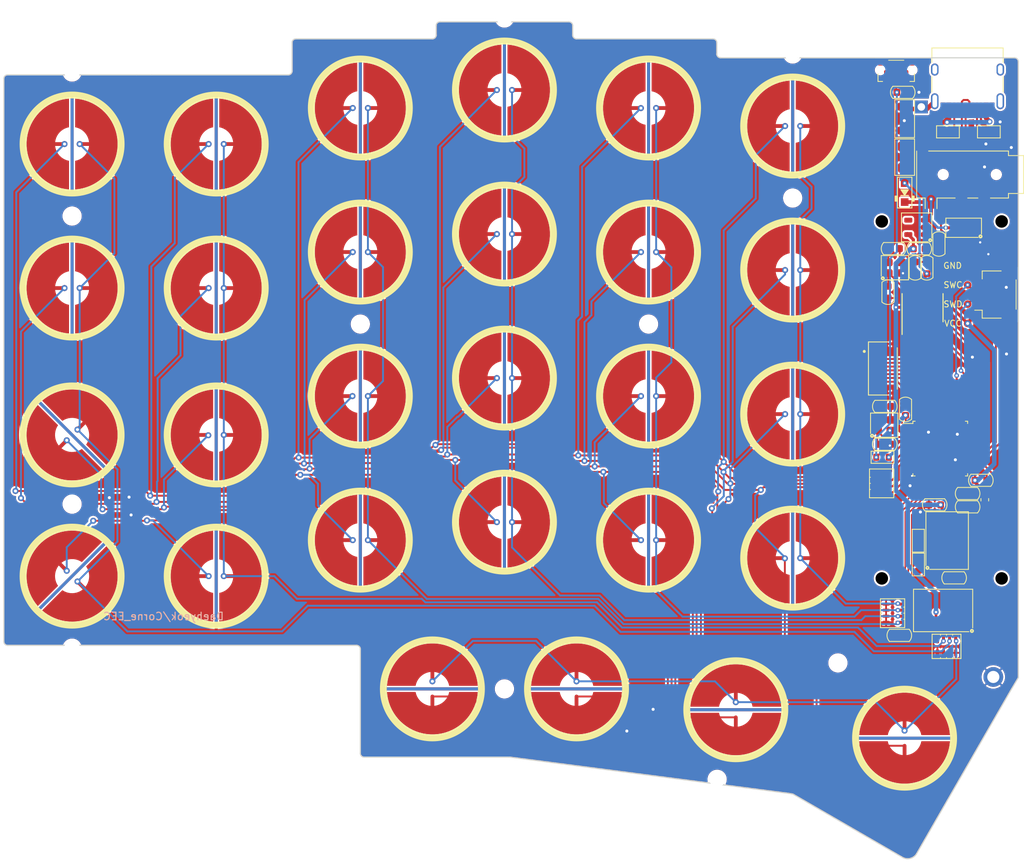
<source format=kicad_pcb>
(kicad_pcb (version 20221018) (generator pcbnew)
  (title_block (title "Corne EEC") (date "2023-07-18") (rev "1.0") (comment 1 "Copyright © 2023") (comment 2 "MIT License"))
  (layers (0 "F.Cu" signal) (31 "B.Cu" signal) (34 "B.Paste" user) (35 "F.Paste" user) (36 "B.SilkS" user "B.Silkscreen") (37 "F.SilkS" user "F.Silkscreen") (38 "B.Mask" user) (39 "F.Mask" user) (44 "Edge.Cuts" user))
  (net 0 "")
  (net 1 "ROW0")
  (net 2 "GNDPWR")
  (net 3 "ROW1")
  (net 4 "ROW2")
  (net 6 "A2")
  (net 7 "A1")
  (net 8 "AO")
  (net 9 "A3")
  (net 10 "CHARGE_RST")
  (net 11 "ADC")
  (net 12 "CSEL2")
  (net 13 "CSEL1")
  (net 14 "CSEL0")
  (net 15 "A6")
  (net 16 "ROW3")
  (net 17 "CSEL_EN")
  (net 18 "A7")
  (net 19 "GND")
  (net 20 "VBUS")
  (net 23 "Net-(J3-CC1)")
  (net 24 "Net-(J3-CC2)")
  (net 25 "ACCS_1")
  (net 26 "SWDIO")
  (net 27 "+5V")
  (net 29 "A5")
  (net 32 "RN1_4")
  (net 33 "A4")
  (net 34 "Net-(U2--)")
  (net 38 "/NRST")
  (net 39 "SWCLK")
  (net 40 "TX0")
  (net 41 "TX1")
  (net 42 "TX2")
  (net 43 "TX3")
  (net 44 "USART_RX")
  (net 45 "USART_TX")
  (net 46 "/UP_D-")
  (net 47 "/UP_D+")
  (net 48 "Net-(F1-Pad2)")
  (net 49 "+3V3")
  (net 50 "VDDA")
  (net 51 "/MCU_D-")
  (net 52 "/MCU_D+")
  (net 54 "ACCS_2")
  (net 55 "ACCS_3")
  (net 56 "ACCS_4")
  (net 57 "ACCS_5")
  (net 58 "ACCS_6")
  (net 59 "ACCS_7")
  (net 60 "Net-(U5-PF0)")
  (net 61 "Net-(U5-PF1)")
  (net 69 "Net-(U6-XO)")
  (net 70 "Net-(U6-XI)")
  (net 71 "Net-(U6-VDD33)")
  (footprint "Connector_JST:JST_SH_SM04B-SRSS-TB_1x04-1MP_P1.00mm_Horizontal" (layer "F.Cu") (at 197.023 58.555 90)
    (fp_text reference "J1" hide)
    (fp_text value "SM04B-SRSS-TB" hide)
  )
  (footprint "ec_parts:MountingHole_2.05mm" (layer "F.Cu") (at 113.25 62.45)
    (fp_text reference "H7" hide)
    (fp_text value "~" hide)
  )
  (footprint "ec_parts:ecs_housing_graphic" (layer "F.Cu") (at 151.25 33.95 90)
    (fp_text reference "G26" hide)
    (fp_text value "~" hide)
  )
  (footprint "PCM_Resistor_SMD_AKL:R_Array_Concave_4x0603" (layer "F.Cu") (at 181.973 83.464 180)
    (fp_text reference "RN3" hide)
    (fp_text value "100 R_Array_Convex_4x1206" hide)
  )
  (footprint "PCM_Crystal_Handsoldering_AKL:Crystal_SMD_2520-4Pin_2.5x2.0mm" (layer "F.Cu") (at 182.316939 75.788)
    (fp_text reference "Y1" hide)
    (fp_text value "8MHz" hide)
  )
  (footprint "ec_parts:ecs_pad_no_ring" (layer "F.Cu") (at 141.75 110.575 -90)
    (fp_text reference "SW20" hide)
    (fp_text value "~" hide)
  )
  (footprint "Button_Switch_SMD:SW_Push_1P1T-MP_NO_Horizontal_Alps_SKRTLAE010" (layer "F.Cu") (at 183.9 28.942 180)
    (fp_text reference "SW29" hide)
    (fp_text value "PTS845" hide)
  )
  (footprint "ec_parts:MountingHole_2.05mm" (layer "F.Cu") (at 160.291027 122.501646 -15)
    (fp_text reference "H12" hide)
    (fp_text value "~" hide)
  )
  (footprint "ec_parts:ecs_pad_no_ring" (layer "F.Cu") (at 113.25 71.95 180)
    (fp_text reference "SW9" hide)
    (fp_text value "~" hide)
  )
  (footprint "PCM_Crystal_Handsoldering_AKL:Crystal_SMD_2520-4Pin_2.5x2.0mm" (layer "F.Cu") (at 183.729 55.014)
    (fp_text reference "Y2" hide)
    (fp_text value "8MHz" hide)
  )
  (footprint "PCM_Capacitor_SMD_AKL:C_0603_1608Metric" (layer "F.Cu") (at 185.125 73.706 90)
    (fp_text reference "C5" hide)
    (fp_text value "0.1uF" hide)
  )
  (footprint "PCM_Inductor_SMD_AKL:L_1206_3216Metric" (layer "F.Cu") (at 185.012 35.35 90)
    (fp_text reference "L1" hide)
    (fp_text value "60R@100MHz" hide)
  )
  (footprint "PCM_Diode_SMD_AKL:D_SOD-323_HandSoldering" (layer "F.Cu") (at 185.012 45.106 90)
    (fp_text reference "D1" hide)
    (fp_text value "1N5819" hide)
  )
  (footprint "PCM_Resistor_SMD_AKL:R_Array_Concave_4x0603" (layer "F.Cu") (at 190.534 104.968 -90)
    (fp_text reference "RN2" hide)
    (fp_text value "1k R_Array_Concave_4x0603" hide)
  )
  (footprint "ec_parts:ecs_pad_no_ring" (layer "F.Cu") (at 170.25 93.325 180)
    (fp_text reference "SW19" hide)
    (fp_text value "~" hide)
  )
  (footprint "ec_parts:ecs_pad_no_ring" (layer "F.Cu") (at 94.25 95.7 180)
    (fp_text reference "SW7" hide)
    (fp_text value "~" hide)
  )
  (footprint "ec_parts:SMT-SO-M1.6-screwhole_only" (layer "F.Cu") (at 197.8 48.912 180)
    (fp_text reference "H15" hide)
    (fp_text value "~" hide)
  )
  (footprint "ec_parts:ecs_pad_no_ring" (layer "F.Cu") (at 113.25 33.95 180)
    (fp_text reference "SW24" hide)
    (fp_text value "~" hide)
  )
  (footprint "PCM_Capacitor_SMD_AKL:C_0603_1608Metric" (layer "F.Cu") (at 182.393 78.301 180)
    (fp_text reference "C7" hide)
    (fp_text value "22p" hide)
  )
  (footprint "ec_parts:MountingHole_2.05mm" (layer "F.Cu") (at 176.2154 107.1478)
    (fp_text reference "H4" hide)
    (fp_text value "~" hide)
  )
  (footprint "ec_parts:ecs_housing_graphic" (layer "F.Cu") (at 162.749808 113.325351 -105)
    (fp_text reference "G21" hide)
    (fp_text value "~" hide)
  )
  (footprint "Inductor_SMD:L_0603_1608Metric" (layer "F.Cu") (at 195.577 85.624 90)
    (fp_text reference "FB1" hide)
    (fp_text value "1k 100mhz" hide)
  )
  (footprint "ec_parts:MountingHole_2.05mm" (layer "F.Cu") (at 132.25 22.075)
    (fp_text reference "H9" hide)
    (fp_text value "~" hide)
  )
  (footprint "ec_parts:SMT-SO-M1.6-screwhole_only" (layer "F.Cu") (at 197.8 96)
    (fp_text reference "H16" hide)
    (fp_text value "~" hide)
  )
  (footprint "ec_parts:ecs_housing_graphic" (layer "F.Cu") (at 75.25 57.7 90)
    (fp_text reference "G2" hide)
    (fp_text value "~" hide)
  )
  (footprint "ec_parts:ecs_pad_no_ring" (layer "F.Cu") (at 113.25 90.95 180)
    (fp_text reference "SW10" hide)
    (fp_text value "~" hide)
  )
  (footprint "ec_parts:ecs_housing_graphic" (layer "F.Cu") (at 132.25 50.575 90)
    (fp_text reference "G11" hide)
    (fp_text value "~" hide)
  )
  (footprint "ec_parts:ecs_pad_no_ring" (layer "F.Cu") (at 151.25 52.95 180)
    (fp_text reference "SW14" hide)
    (fp_text value "~" hide)
  )
  (footprint "PCM_Package_SO_AKL:TSSOP-16_4.4x5mm_P0.65mm" (layer "F.Cu") (at 190.081 100.23 180)
    (fp_text reference "U1" hide)
    (fp_text value "74HC4051" hide)
  )
  (footprint "PCM_Capacitor_SMD_AKL:C_0603_1608Metric" (layer "F.Cu") (at 187.941 55.029 90)
    (fp_text reference "C11" hide)
    (fp_text value "1uF" hide)
  )
  (footprint "PCM_Capacitor_SMD_AKL:C_0603_1608Metric" (layer "F.Cu") (at 186.41 55.029 90)
    (fp_text reference "C14" hide)
    (fp_text value "1uF" hide)
  )
  (footprint "PCM_Resistor_SMD_AKL:R_0603_1608Metric" (layer "F.Cu") (at 186.809 91.025 -90)
    (fp_text reference "R7" hide)
    (fp_text value "100k" hide)
  )
  (footprint "ec_parts:MountingHole_2.05mm" (layer "F.Cu") (at 151.25 62.45)
    (fp_text reference "H5" hide)
    (fp_text value "~" hide)
  )
  (footprint "PCM_Package_TO_SOT_SMD_AKL:SOT-363_SC-70-6_Handsoldering" (layer "F.Cu") (at 192.792 49.747 180)
    (fp_text reference "U3" hide)
    (fp_text value "DT1446-04S" hide)
  )
  (footprint "ec_parts:ecs_pad_no_ring" (layer "F.Cu") (at 132.25 50.575 180)
    (fp_text reference "SW11" hide)
    (fp_text value "~" hide)
  )
  (footprint "ec_parts:ecs_pad_no_ring" (layer "F.Cu") (at 151.25 33.95 180)
    (fp_text reference "SW26" hide)
    (fp_text value "~" hide)
  )
  (footprint "ec_parts:MountingHole_2.05mm" (layer "F.Cu") (at 75.25 29.2)
    (fp_text reference "H8" hide)
    (fp_text value "~" hide)
  )
  (footprint "ec_parts:ecs_pad_no_ring" (layer "F.Cu") (at 170.25 74.325 180)
    (fp_text reference "SW18" hide)
    (fp_text value "~" hide)
  )
  (footprint "PCM_Package_SO_AKL:SO-8_3.9x4.9mm_P1.27mm" (layer "F.Cu") (at 190.613 91.009 90)
    (fp_text reference "U2" hide)
    (fp_text value "OPA350UA" hide)
  )
  (footprint "ec_parts:ecs_pad_no_ring" (layer "F.Cu") (at 151.25 90.95 180)
    (fp_text reference "SW16" hide)
    (fp_text value "~" hide)
  )
  (footprint "PCM_Resistor_SMD_AKL:R_0603_1608Metric" (layer "F.Cu") (at 196.113 37.09)
    (fp_text reference "R2" hide)
    (fp_text value "5.1k" hide)
  )
  (footprint "ec_parts:ecs_housing_graphic" (layer "F.Cu") (at 151.25 90.95 90)
    (fp_text reference "G16" hide)
    (fp_text value "~" hide)
  )
  (footprint "ec_parts:ecs_housing_graphic" (layer "F.Cu") (at 132.25 69.575 90)
    (fp_text reference "G12" hide)
    (fp_text value "~" hide)
  )
  (footprint "ec_parts:Jack_3.5mm_PJ320D_Horizontal" (layer "F.Cu") (at 192.32 42.725 180)
    (fp_text reference "J2" hide)
    (fp_text value "PJ320D" hide)
  )
  (footprint "PCM_Capacitor_SMD_AKL:C_0603_1608Metric" (layer "F.Cu") (at 189.53 51.879 -90)
    (fp_text reference "C9" hide)
    (fp_text value "1uF" hide)
  )
  (footprint "ec_parts:MountingHole_2.05mm" (layer "F.Cu") (at 132.25 110.575)
    (fp_text reference "H3" hide)
    (fp_text value "~" hide)
  )
  (footprint "ec_parts:PinHeader_1x01" (layer "F.Cu") (at 187.208 33.807 -90)
    (fp_text reference "H17" hide)
    (fp_text value "~" hide)
  )
  (footprint "PCM_Resistor_SMD_AKL:R_0603_1608Metric" (layer "F.Cu") (at 186.819 94.163 -90)
    (fp_text reference "R6" hide)
    (fp_text value "1k" hide)
  )
  (footprint "PCM_Capacitor_SMD_AKL:C_0603_1608Metric" (layer "F.Cu") (at 184.309 103.516)
    (fp_text reference "C3" hide)
    (fp_text value "0.1uF" hide)
  )
  (footprint "ec_parts:ecs_housing_graphic" (layer "F.Cu") (at 151.25 52.95 90)
    (fp_text reference "G14" hide)
    (fp_text value "~" hide)
  )
  (footprint "PCM_Capacitor_SMD_AKL:C_0603_1608Metric" (layer "F.Cu") (at 182.397 73.312)
    (fp_text reference "C6" hide)
    (fp_text value "22p" hide)
  )
  (footprint "Package_QFP:LQFP-32_7x7mm_P0.8mm" (layer "F.Cu") (at 189.707 78.872)
    (fp_text reference "U5" hide)
    (fp_text value "STM32G431KBTx" hide)
  )
  (footprint "PCM_Capacitor_SMD_AKL:C_0603_1608Metric" (layer "F.Cu") (at 193.313 84.801)
    (fp_text reference "C16" hide)
    (fp_text value "100n" hide)
  )
  (footprint "PCM_Capacitor_SMD_AKL:C_0603_1608Metric" (layer "F.Cu") (at 188.98 86.296)
    (fp_text reference "C2" hide)
    (fp_text value "0.1uF" hide)
  )
  (footprint "ec_parts:ecs_pad_no_ring" (layer "F.Cu") (at 94.25 77.07374 180)
    (fp_text reference "SW6" hide)
    (fp_text value "~" hide)
  )
  (footprint "ec_parts:ecs_housing_graphic" (layer "F.Cu") (at 170.25 74.325 90)
    (fp_text reference "G18" hide)
    (fp_text value "~" hide)
  )
  (footprint "PCM_Resistor_SMD_AKL:R_0603_1608Metric" (layer "F.Cu") (at 190.721 37.09 180)
    (fp_text reference "R3" hide)
    (fp_text value "5.1k" hide)
  )
  (footprint "ec_parts:SMT-SO-M1.6-with-ring" (layer "F.Cu") (at 196.7 109)
    (fp_text reference "H0" hide)
    (fp_text value "~" hide)
  )
  (footprint "ec_parts:ecs_housing_graphic" (layer "F.Cu") (at 113.25 90.95 90)
    (fp_text reference "G10" hide)
    (fp_text value "~" hide)
  )
  (footprint "ec_parts:ecs_pad_no_ring" (layer "F.Cu") (at 185 117.075 -90)
    (fp_text reference "SW22" hide)
    (fp_text value "~" hide)
  )
  (footprint "PCM_Fuse_AKL:Fuse_1206_3216Metric" (layer "F.Cu") (at 185.012 40.432 90)
    (fp_text reference "F1" hide)
    (fp_text value "500mA" hide)
  )
  (footprint "ec_parts:ecs_housing_graphic" (layer "F.Cu") (at 170.25 93.325 90)
    (fp_text reference "G19" hide)
    (fp_text value "~" hide)
  )
  (footprint "PCM_Resistor_SMD_AKL:R_Array_Concave_4x0603" (layer "F.Cu") (at 183.416 100.59 180)
    (fp_text reference "RN1" hide)
    (fp_text value "1k R_Array_Concave_4x0603" hide)
  )
  (footprint "ec_parts:ecs_pad_no_ring" (layer "F.Cu") (at 122.75 110.575 -90)
    (fp_text reference "SW28" hide)
    (fp_text value "~" hide)
  )
  (footprint "PCM_Capacitor_SMD_AKL:C_0603_1608Metric" (layer "F.Cu") (at 183.548939 52.494)
    (fp_text reference "C12" hide)
    (fp_text value "22p" hide)
  )
  (footprint "ec_parts:ecs_pad_no_ring" (layer "F.Cu") (at 170.25 55.325 180)
    (fp_text reference "SW17" hide)
    (fp_text value "~" hide)
  )
  (footprint "PCM_Capacitor_SMD_AKL:C_0603_1608Metric" (layer "F.Cu") (at 195.056 83.059)
    (fp_text reference "C4" hide)
    (fp_text value "0.1uF" hide)
  )
  (footprint "ec_parts:MountingHole_2.05mm" (layer "F.Cu") (at 75.25 105.2)
    (fp_text reference "H11" hide)
    (fp_text value "~" hide)
  )
  (footprint "ec_parts:ecs_pad_no_ring" (layer "F.Cu") (at 75.25 38.7 180)
    (fp_text reference "SW1" hide)
    (fp_text value "~" hide)
  )
  (footprint "ec_parts:ecs_pad_no_ring" (layer "F.Cu") (at 94.25 57.69965 180)
    (fp_text reference "SW5" hide)
    (fp_text value "~" hide)
  )
  (footprint "ec_parts:ecs_pad_no_ring" (layer "F.Cu") (at 94.25 38.7 180)
    (fp_text reference "SW23" hide)
    (fp_text value "~" hide)
  )
  (footprint "ec_parts:ecs_housing_graphic" (layer "F.Cu") (at 132.25 88.575 90)
    (fp_text reference "G13" hide)
    (fp_text value "~" hide)
  )
  (footprint "ec_parts:ecs_pad_no_ring" (layer "F.Cu") (at 132.25 69.575 180)
    (fp_text reference "SW12" hide)
    (fp_text value "~" hide)
  )
  (footprint "ec_parts:ecs_pad_no_ring" (layer "F.Cu") (at 132.25 31.575 180)
    (fp_text reference "SW25" hide)
    (fp_text value "~" hide)
  )
  (footprint "ec_parts:ecs_housing_graphic" (layer "F.Cu") (at 151.25 71.95 90)
    (fp_text reference "G15" hide)
    (fp_text value "~" hide)
  )
  (footprint "ec_parts:HRS_FH34SRJ-10S-0.5SH(50)" (layer "F.Cu") (at 182.137 68.307 90)
    (fp_text reference "J4" hide)
    (fp_text value "FH34SRJ-10S-0.5SH" hide)
  )
  (footprint "ec_parts:SMT-SO-M1.6-screwhole_only" (layer "F.Cu") (at 182 96)
    (fp_text reference "H13" hide)
    (fp_text value "~" hide)
  )
  (footprint "ec_parts:ecs_pad_no_ring" (layer "F.Cu") (at 162.75 113.325 -90)
    (fp_text reference "SW21" hide)
    (fp_text value "~" hide)
  )
  (footprint "ec_parts:ecs_housing_graphic" (layer "F.Cu") (at 75.25 95.7 90)
    (fp_text reference "G4" hide)
    (fp_text value "~" hide)
  )
  (footprint "PCM_Resistor_SMD_AKL:R_0603_1608Metric" (layer "F.Cu") (at 182.093 80.019)
    (fp_text reference "R8" hide)
    (fp_text value "10k" hide)
  )
  (footprint "PCM_Capacitor_SMD_AKL:C_0603_1608Metric" (layer "F.Cu") (at 184.757 31.882 180)
    (fp_text reference "C1" hide)
    (fp_text value "0.1uF" hide)
  )
  (footprint "ec_parts:ecs_pad_no_ring" (layer "F.Cu") (at 75.25 95.7 135)
    (fp_text reference "SW4" hide)
    (fp_text value "~" hide)
  )
  (footprint "PCM_Capacitor_SMD_AKL:C_0603_1608Metric" (layer "F.Cu") (at 193.313 86.56)
    (fp_text reference "C17" hide)
    (fp_text value "1u" hide)
  )
  (footprint "Package_SO:QSOP-16_3.9x4.9mm_P0.635mm" (layer "F.Cu") (at 187.398 60.292 90)
    (fp_text reference "U6" hide)
    (fp_text value "CH334R" hide)
  )
  (footprint "ec_parts:MountingHole_2.05mm" (layer "F.Cu") (at 75.25 86.2)
    (fp_text reference "H2" hide)
    (fp_text value "~" hide)
  )
  (footprint "ec_parts:ecs_pad_no_ring" (layer "F.Cu") (at 132.25 88.575 180)
    (fp_text reference "SW13" hide)
    (fp_text value "~" hide)
  )
  (footprint "ec_parts:USB_C_Receptacle_HRO_TYPE-C-31-M-12" (layer "F.Cu") (at 193.3 29.925 180)
    (fp_text reference "J3" hide)
    (fp_text value "HRO_TYPE-C-31-M-12" hide)
  )
  (footprint "ec_parts:PinHeader_1x04_P2.54mm_test_pad" (layer "F.Cu") (at 193.315 62.365 180)
    (fp_text reference "TP1" hide)
    (fp_text value "~" hide)
  )
  (footprint "ec_parts:ecs_housing_graphic" (layer "F.Cu") (at 94.25 76.7 90)
    (fp_text reference "G6" hide)
    (fp_text value "~" hide)
  )
  (footprint "ec_parts:ecs_housing_graphic" (layer "F.Cu") (at 75.25 38.7 90)
    (fp_text reference "G1" hide)
    (fp_text value "~" hide)
  )
  (footprint "PCM_Package_TO_SOT_SMD_AKL:SOT-23-5" (layer "F.Cu") (at 186.592 49.692 180)
    (fp_text reference "U4" hide)
    (fp_text value "XC6220B331MR-G" hide)
  )
  (footprint "ec_parts:ecs_housing_graphic" (layer "F.Cu") (at 141.75 110.575)
    (fp_text reference "G20" hide)
    (fp_text value "~" hide)
  )
  (footprint "ec_parts:ecs_housing_graphic" (layer "F.Cu") (at 94.25 57.7 90)
    (fp_text reference "G5" hide)
    (fp_text value "~" hide)
  )
  (footprint "ec_parts:ecs_housing_graphic" (layer "F.Cu") (at 75.25 76.7 90)
    (fp_text reference "G3" hide)
    (fp_text value "~" hide)
  )
  (footprint "ec_parts:ecs_housing_graphic" (layer "F.Cu") (at 113.25 33.95 90)
    (fp_text reference "G24" hide)
    (fp_text value "~" hide)
  )
  (footprint "ec_parts:ecs_housing_graphic" (layer "F.Cu") (at 170.25 55.325 90)
    (fp_text reference "G17" hide)
    (fp_text value "~" hide)
  )
  (footprint "ec_parts:MountingHole_2.05mm" (layer "F.Cu") (at 170.25 45.825)
    (fp_text reference "H6" hide)
    (fp_text value "~" hide)
  )
  (footprint "ec_parts:ecs_housing_graphic" (layer "F.Cu") (at 94.25 38.7 90)
    (fp_text reference "G23" hide)
    (fp_text value "~" hide)
  )
  (footprint "ec_parts:ecs_pad_no_ring" (layer "F.Cu") (at 75.25 57.7 180)
    (fp_text reference "SW2" hide)
    (fp_text value "~" hide)
  )
  (footprint "ec_parts:ecs_pad_no_ring" (layer "F.Cu") (at 113.25 52.95 180)
    (fp_text reference "SW8" hide)
    (fp_text value "~" hide)
  )
  (footprint "PCM_Capacitor_SMD_AKL:C_0603_1608Metric" (layer "F.Cu") (at 186.936 52.517)
    (fp_text reference "C8" hide)
    (fp_text value "1uF" hide)
  )
  (footprint "ec_parts:SMT-SO-M1.6-screwhole_only" (layer "F.Cu") (at 182 48.912)
    (fp_text reference "H14" hide)
    (fp_text value "~" hide)
  )
  (footprint "PCM_Capacitor_SMD_AKL:C_0603_1608Metric" (layer "F.Cu") (at 182.813 58.24 90)
    (fp_text reference "C13" hide)
    (fp_text value "22p" hide)
  )
  (footprint "ec_parts:MountingHole_2.05mm" (layer "F.Cu") (at 170.25 26.825)
    (fp_text reference "H10" hide)
    (fp_text value "~" hide)
  )
  (footprint "ec_parts:ecs_pad_no_ring" (layer "F.Cu") (at 170.25 36.325 180)
    (fp_text reference "SW27" hide)
    (fp_text value "~" hide)
  )
  (footprint "ec_parts:ecs_housing_graphic" (layer "F.Cu") (at 170.25 36.325 90)
    (fp_text reference "G27" hide)
    (fp_text value "~" hide)
  )
  (footprint "PCM_Capacitor_SMD_AKL:C_0603_1608Metric" (layer "F.Cu") (at 191.537 95.925 180)
    (fp_text reference "C10" hide)
    (fp_text value "220pF" hide)
  )
  (footprint "ec_parts:ecs_housing_graphic_1.5U" (layer "F.Cu") (at 184.999999 117.075543 60)
    (fp_text reference "G22" hide)
    (fp_text value "~" hide)
  )
  (footprint "ec_parts:ecs_housing_graphic" (layer "F.Cu") (at 113.25 52.95 90)
    (fp_text reference "G8" hide)
    (fp_text value "~" hide)
  )
  (footprint "ec_parts:ecs_housing_graphic" (layer "F.Cu") (at 113.25 71.95 90)
    (fp_text reference "G9" hide)
    (fp_text value "~" hide)
  )
  (footprint "ec_parts:ecs_pad_no_ring" (layer "F.Cu") (at 75.25 77.07374 -135)
    (fp_text reference "SW3" hide)
    (fp_text value "~" hide)
  )
  (footprint "ec_parts:ecs_housing_graphic" (layer "F.Cu") (at 94.25 95.7 90)
    (fp_text reference "G7" hide)
    (fp_text value "~" hide)
  )
  (footprint "ec_parts:ecs_pad_no_ring" (layer "F.Cu") (at 151.25 71.95 180)
    (fp_text reference "SW15" hide)
    (fp_text value "~" hide)
  )
  (footprint "ec_parts:ecs_housing_graphic" (layer "F.Cu") (at 132.25 31.575 90)
    (fp_text reference "G25" hide)
    (fp_text value "~" hide)
  )
  (footprint "ec_parts:MountingHole_2.05mm" (layer "F.Cu") (at 75.25 48.2)
    (fp_text reference "H1" hide)
    (fp_text value "~" hide)
  )
  (footprint "ec_parts:ecs_housing_graphic" (layer "B.Cu") (at 122.75 110.575)
    (fp_text reference "G28" hide)
    (fp_text value "~" hide)
  )
  (gr_arc (start 66.763898 104.828808) (mid 66.401118 104.684844) (end 66.25 104.325) (stroke (width 0.15)) (layer "Edge.Cuts"))
  (gr_arc (start 66.25 30.075) (mid 66.396478 29.721486) (end 66.75 29.575) (stroke (width 0.15)) (layer "Edge.Cuts"))
  (gr_arc (start 104.25 29.075) (mid 104.103584 29.428593) (end 103.75 29.575) (stroke (width 0.15)) (layer "Edge.Cuts"))
  (gr_arc (start 104.25 25.325) (mid 104.396478 24.971486) (end 104.75 24.825) (stroke (width 0.15)) (layer "Edge.Cuts"))
  (gr_arc (start 123.25 23.075) (mid 123.396478 22.721486) (end 123.75 22.575) (stroke (width 0.15)) (layer "Edge.Cuts"))
  (gr_arc (start 140.75 22.575) (mid 141.103535 22.721457) (end 141.25 23.075) (stroke (width 0.15)) (layer "Edge.Cuts"))
  (gr_arc (start 123.25 24.325) (mid 123.103584 24.678593) (end 122.75 24.825) (stroke (width 0.15)) (layer "Edge.Cuts"))
  (gr_arc (start 141.75 24.825) (mid 141.396429 24.678563) (end 141.25 24.325) (stroke (width 0.15)) (layer "Edge.Cuts"))
  (gr_arc (start 159.75 24.825) (mid 160.103535 24.971457) (end 160.25 25.325) (stroke (width 0.15)) (layer "Edge.Cuts"))
  (gr_arc (start 160.75 27.325) (mid 160.396429 27.178563) (end 160.25 26.825) (stroke (width 0.15)) (layer "Edge.Cuts"))
  (gr_line (start 83.75 29.575) (end 66.75 29.575) (stroke (width 0.15)) (layer "Edge.Cuts"))
  (gr_line (start 66.25 30.075) (end 66.25 104.325) (stroke (width 0.15)) (layer "Edge.Cuts"))
  (gr_line (start 160.25 26.825) (end 160.25 25.325) (stroke (width 0.15)) (layer "Edge.Cuts"))
  (gr_line (start 123.25 23.075) (end 123.25 24.325) (stroke (width 0.15)) (layer "Edge.Cuts"))
  (gr_line (start 140.75 22.575) (end 123.75 22.575) (stroke (width 0.15)) (layer "Edge.Cuts"))
  (gr_line (start 141.25 24.325) (end 141.25 23.075) (stroke (width 0.15)) (layer "Edge.Cuts"))
  (gr_line (start 104.25 25.325) (end 104.25 29.075) (stroke (width 0.15)) (layer "Edge.Cuts"))
  (gr_line (start 199.5 27.325) (end 160.75 27.325) (stroke (width 0.15)) (layer "Edge.Cuts"))
  (gr_line (start 159.75 24.825) (end 141.75 24.825) (stroke (width 0.15)) (layer "Edge.Cuts"))
  (gr_line (start 103.75 29.575) (end 85.75 29.575) (stroke (width 0.15)) (layer "Edge.Cuts"))
  (gr_line (start 122.75 24.825) (end 104.75 24.825) (stroke (width 0.15)) (layer "Edge.Cuts"))
  (gr_line (start 133.013898 119.578808) (end 169.684454 124.349152) (stroke (width 0.15)) (layer "Edge.Cuts"))
  (gr_line (start 112.75 104.828808) (end 66.763898 104.828808) (stroke (width 0.15)) (layer "Edge.Cuts"))
  (gr_line (start 170.338898 124.478808) (end 184.633149 132.739764) (stroke (width 0.15)) (layer "Edge.Cuts"))
  (gr_line (start 198.913898 110.903808) (end 200 109.075) (stroke (width 0.15)) (layer "Edge.Cuts"))
  (gr_line (start 133.013898 119.578808) (end 113.75 119.578808) (stroke (width 0.15)) (layer "Edge.Cuts"))
  (gr_arc (start 112.75 104.828808) (mid 113.103532 104.975265) (end 113.25 105.328808) (stroke (width 0.15)) (layer "Edge.Cuts"))
  (gr_arc (start 169.684454 124.349152) (mid 170.014851 124.397954) (end 170.338898 124.478808) (stroke (width 0.15)) (layer "Edge.Cuts"))
  (gr_line (start 186.561161 132.360273) (end 198.913898 110.903808) (stroke (width 0.15)) (layer "Edge.Cuts"))
  (gr_line (start 83.75 29.575) (end 85.75 29.575) (stroke (width 0.15)) (layer "Edge.Cuts"))
  (gr_arc (start 113.75 119.578808) (mid 113.396426 119.432372) (end 113.25 119.078808) (stroke (width 0.15)) (layer "Edge.Cuts"))
  (gr_line (start 113.25 105.328808) (end 113.25 119.078808) (stroke (width 0.15)) (layer "Edge.Cuts"))
  (gr_arc (start 186.561161 132.360273) (mid 185.675969 132.95038) (end 184.633149 132.739764) (stroke (width 0.15)) (layer "Edge.Cuts"))
  (gr_arc (start 199.5 27.325) (mid 199.853535 27.471457) (end 200 27.825) (stroke (width 0.15)) (layer "Edge.Cuts"))
  (gr_line (start 200 27.825) (end 200 109.075) (stroke (width 0.15)) (layer "Edge.Cuts"))
  (gr_text "Daehyeok/Corne_EEC" (at 87.308 101.0018) (layer "B.SilkS") (effects (font (size 1 1)) (justify mirror)))
  (gr_text "VCC" (at 191.383 62.365) (layer "F.SilkS") (effects (font (size 0.8 0.8) (thickness 0.12))))
  (gr_text "SWD" (at 191.383 59.825) (layer "F.SilkS") (effects (font (size 0.8 0.8) (thickness 0.12))))
  (gr_text "GND" (at 190.035 54.745) (layer "F.SilkS") (effects (font (size 0.8 0.8) (thickness 0.12)) (justify left)))
  (gr_text "SWC" (at 191.383 57.285) (layer "F.SilkS") (effects (font (size 0.8 0.8) (thickness 0.12))))
  (segment (start 121.338504 80.0603) (end 105.117091 80.0603) (width 0.25) (layer "F.Cu") (net 1))
  (segment (start 163.1536 82.618) (end 161.1604 80.6248) (width 0.25) (layer "F.Cu") (net 1))
  (segment (start 122.999004 78.3998) (end 121.338504 80.0603) (width 0.25) (layer "F.Cu") (net 1))
  (segment (start 154.285 113.3228) (end 149.445 118.1628) (width 0.25) (layer "F.Cu") (net 1))
  (segment (start 178.34 82.264) (end 177.986 82.618) (width 0.25) (layer "F.Cu") (net 1))
  (segment (start 161.1604 80.6248) (end 160.3134 79.7778) (width 0.25) (layer "F.Cu") (net 1))
  (segment (start 127.8052 111.575) (end 122.75 111.575) (width 0.25) (layer "F.Cu") (net 1))
  (segment (start 160.3134 79.7778) (end 141.9804 79.7778) (width 0.25) (layer "F.Cu") (net 1))
  (segment (start 149.445 118.1628) (end 134.393 118.1628) (width 0.25) (layer "F.Cu") (net 1))
  (segment (start 123.157 78.3998) (end 122.999004 78.3998) (width 0.25) (layer "F.Cu") (net 1))
  (segment (start 84.9334 84.4698) (end 67.7869 84.4698) (width 0.25) (layer "F.Cu") (net 1))
  (segment (start 180.307 82.264) (end 178.34 82.264) (width 0.25) (layer "F.Cu") (net 1))
  (segment (start 154.285 107.973196) (end 154.285 113.3228) (width 0.25) (layer "F.Cu") (net 1))
  (segment (start 157.583502 100.05157) (end 160.315072 97.32) (width 0.25) (layer "F.Cu") (net 1))
  (segment (start 160.442087 84.528985) (end 160.315072 84.656) (width 0.25) (layer "F.Cu") (net 1))
  (segment (start 99.6756 85.0886) (end 85.5522 85.0886) (width 0.25) (layer "F.Cu") (net 1))
  (segment (start 104.7039 80.0603) (end 99.6756 85.0886) (width 0.25) (layer "F.Cu") (net 1))
  (segment (start 160.315072 84.656) (end 160.315072 97.32) (width 0.25) (layer "F.Cu") (net 1))
  (segment (start 141.9804 79.7778) (end 141.1654 79.7778) (width 0.25) (layer "F.Cu") (net 1))
  (segment (start 105.117091 80.0603) (end 104.7039 80.0603) (width 0.25) (layer "F.Cu") (net 1))
  (segment (start 123.157 78.3998) (end 123.257 78.2998) (width 0.25) (layer "F.Cu") (net 1))
  (segment (start 139.6874 78.2998) (end 123.257 78.2998) (width 0.25) (layer "F.Cu") (net 1))
  (segment (start 154.285 107.973196) (end 157.583502 104.674694) (width 0.25) (layer "F.Cu") (net 1))
  (segment (start 85.5522 85.0886) (end 84.9334 84.4698) (width 0.25) (layer "F.Cu") (net 1))
  (segment (start 141.1654 79.7778) (end 139.6874 78.2998) (width 0.25) (layer "F.Cu") (net 1))
  (segment (start 134.393 118.1628) (end 127.8052 111.575) (width 0.25) (layer "F.Cu") (net 1))
  (segment (start 157.583502 104.674694) (end 157.583502 100.169298) (width 0.25) (layer "F.Cu") (net 1))
  (segment (start 177.986 82.618) (end 163.1536 82.618) (width 0.25) (layer "F.Cu") (net 1))
  (segment (start 157.583502 100.169298) (end 157.583502 100.05157) (width 0.25) (layer "F.Cu") (net 1))
  (segment (start 180.307 82.264) (end 181.123 82.264) (width 0.25) (layer "F.Cu") (net 1))
  (via (at 105.117091 80.0603) (size 0.8) (drill 0.4) (layers "F.Cu" "B.Cu") (net 1))
  (via (at 74.25 38.7) (size 0.8) (drill 0.4) (layers "F.Cu" "B.Cu") (net 1))
  (via (at 93.25 38.7) (size 0.8) (drill 0.4) (layers "F.Cu" "B.Cu") (net 1))
  (via (at 112.25 33.95) (size 0.8) (drill 0.4) (layers "F.Cu" "B.Cu") (net 1))
  (via (at 150.2393 33.9607) (size 0.8) (drill 0.4) (layers "F.Cu" "B.Cu") (net 1))
  (via (at 169.25 36.325) (size 0.8) (drill 0.4) (layers "F.Cu" "B.Cu") (net 1))
  (via (at 141.9804 79.7778) (size 0.8) (drill 0.4) (layers "F.Cu" "B.Cu") (net 1))
  (via (at 123.157 78.3998) (size 0.8) (drill 0.4) (layers "F.Cu" "B.Cu") (net 1))
  (via (at 161.1604 80.6248) (size 0.8) (drill 0.4) (layers "F.Cu" "B.Cu") (net 1))
  (via (at 67.7869 84.4698) (size 0.8) (drill 0.4) (layers "F.Cu" "B.Cu") (net 1))
  (via (at 160.442087 84.528985) (size 0.8) (drill 0.4) (layers "F.Cu" "B.Cu") (net 1))
  (via (at 85.5522 85.0886) (size 0.8) (drill 0.4) (layers "F.Cu" "B.Cu") (net 1))
  (via (at 131.25 31.575) (size 0.8) (drill 0.4) (layers "F.Cu" "B.Cu") (net 1))
  (segment (start 88.787 51.7662) (end 85.6904 54.8628) (width 0.25) (layer "B.Cu") (net 1))
  (segment (start 165.3841 45.8737) (end 161.1604 50.0974) (width 0.25) (layer "B.Cu") (net 1))
  (segment (start 67.8869 45.0631) (end 74.25 38.7) (width 0.25) (layer "B.Cu") (net 1))
  (segment (start 85.6904 84.9504) (end 85.5522 85.0886) (width 0.25) (layer "B.Cu") (net 1))
  (segment (start 93.25 38.7) (end 88.787 43.163) (width 0.25) (layer "B.Cu") (net 1))
  (segment (start 142.4854 41.7146) (end 150.2393 33.9607) (width 0.25) (layer "B.Cu") (net 1))
  (segment (start 142.4714 61.4378) (end 142.4854 61.4238) (width 0.25) (layer "B.Cu") (net 1))
  (segment (start 67.8869 84.3698) (end 67.8869 45.0631) (width 0.25) (layer "B.Cu") (net 1))
  (segment (start 160.4074 81.3778) (end 161.1604 80.6248) (width 0.25) (layer "B.Cu") (net 1))
  (segment (start 123.157 78.3998) (end 123.7444 77.8124) (width 0.25) (layer "B.Cu") (net 1))
  (segment (start 141.9804 61.9908) (end 142.4854 61.4858) (width 0.25) (layer "B.Cu") (net 1))
  (segment (start 165.3841 40.1909) (end 165.3841 45.8737) (width 0.25) (layer "B.Cu") (net 1))
  (segment (start 160.442087 84.528985) (end 160.4074 84.494298) (width 0.25) (layer "B.Cu") (net 1))
  (segment (start 160.4074 84.494298) (end 160.4074 81.3778) (width 0.25) (layer "B.Cu") (net 1))
  (segment (start 85.6904 54.8628) (end 85.6904 84.9504) (width 0.25) (layer "B.Cu") (net 1))
  (segment (start 105.098679 80.041888) (end 105.098679 41.101321) (width 0.25) (layer "B.Cu") (net 1))
  (segment (start 123.7444 39.0806) (end 131.25 31.575) (width 0.25) (layer "B.Cu") (net 1))
  (segment (start 88.787 43.163) (end 88.787 51.7662) (width 0.25) (layer "B.Cu") (net 1))
  (segment (start 123.7444 77.8124) (end 123.7444 39.0806) (width 0.25) (layer "B.Cu") (net 1))
  (segment (start 105.117091 80.0603) (end 105.098679 80.041888) (width 0.25) (layer "B.Cu") (net 1))
  (segment (start 105.098679 41.101321) (end 112.25 33.95) (width 0.25) (layer "B.Cu") (net 1))
  (segment (start 67.7869 84.4698) (end 67.8869 84.3698) (width 0.25) (layer "B.Cu") (net 1))
  (segment (start 141.9804 79.7778) (end 141.9804 61.9908) (width 0.25) (layer "B.Cu") (net 1))
  (segment (start 169.25 36.325) (end 165.3841 40.1909) (width 0.25) (layer "B.Cu") (net 1))
  (segment (start 161.1604 50.0974) (end 161.1604 80.6248) (width 0.25) (layer "B.Cu") (net 1))
  (segment (start 142.4854 61.4238) (end 142.4854 61.0788) (width 0.25) (layer "B.Cu") (net 1))
  (segment (start 142.4854 61.0788) (end 142.4854 41.7146) (width 0.25) (layer "B.Cu") (net 1))
  (segment (start 142.4854 61.4858) (end 142.4854 61.0788) (width 0.25) (layer "B.Cu") (net 1))
  (segment (start 185.45 34.077) (end 187.072 34.077) (width 0.6) (layer "F.Cu") (net 2))
  (segment (start 187.775 34.26) (end 188.98 33.055) (width 0.6) (layer "F.Cu") (net 2))
  (segment (start 139.501004 78.7498) (end 141.254004 80.5028) (width 0.25) (layer "F.Cu") (net 3))
  (segment (start 123.667861 79.2993) (end 123.909333 79.057828) (width 0.25) (layer "F.Cu") (net 3))
  (segment (start 162.328294 82.7528) (end 162.643494 83.068) (width 0.25) (layer "F.Cu") (net 3))
  (segment (start 141.254004 80.5028) (end 142.7979 80.5028) (width 0.25) (layer "F.Cu") (net 3))
  (segment (start 162.643494 83.068) (end 179.655 83.068) (width 0.25) (layer "F.Cu") (net 3))
  (segment (start 99.836108 85.9083) (end 104.900108 80.8443) (width 0.25) (layer "F.Cu") (net 3))
  (segment (start 153.79 111.2012) (end 153.4162 111.575) (width 0.25) (layer "F.Cu") (net 3))
  (segment (start 121.285604 80.7848) (end 105.8854 80.7848) (width 0.25) (layer "F.Cu") (net 3))
  (segment (start 124.037985 78.9238) (end 123.662485 79.2993) (width 0.25) (layer "F.Cu") (net 3))
  (segment (start 161.9224 82.7528) (end 162.328294 82.7528) (width 0.25) (layer "F.Cu") (net 3))
  (segment (start 161.1324 81.9628) (end 161.9224 82.7528) (width 0.25) (layer "F.Cu") (net 3))
  (segment (start 142.7984 80.5023) (end 159.6905 80.5023) (width 0.25) (layer "F.Cu") (net 3))
  (segment (start 121.2499 80.7853) (end 122.9104 79.1248) (width 0.25) (layer "F.Cu") (net 3))
  (segment (start 122.9104 79.1248) (end 123.457305 79.1248) (width 0.25) (layer "F.Cu") (net 3))
  (segment (start 78.651 86.1568) (end 76.557 88.2508) (width 0.25) (layer "F.Cu") (net 3))
  (segment (start 76.557 88.2508) (end 71.3574 88.2508) (width 0.25) (layer "F.Cu") (net 3))
  (segment (start 86.3829 85.9083) (end 99.836108 85.9083) (width 0.25) (layer "F.Cu") (net 3))
  (segment (start 142.7979 80.5028) (end 142.7984 80.5023) (width 0.25) (layer "F.Cu") (net 3))
  (segment (start 159.590572 86.761) (end 159.639072 86.8095) (width 0.25) (layer "F.Cu") (net 3))
  (segment (start 123.195 79.2993) (end 122.771104 79.2993) (width 0.25) (layer "F.Cu") (net 3))
  (segment (start 159.639072 96.979128) (end 157.085 99.5332) (width 0.25) (layer "F.Cu") (net 3))
  (segment (start 123.195 79.2993) (end 123.667861 79.2993) (width 0.25) (layer "F.Cu") (net 3))
  (segment (start 157.085 99.5332) (end 157.085 104.1258) (width 0.25) (layer "F.Cu") (net 3))
  (segment (start 123.832305 78.7498) (end 139.501004 78.7498) (width 0.25) (layer "F.Cu") (net 3))
  (segment (start 86.1344 86.1568) (end 78.651 86.1568) (width 0.25) (layer "F.Cu") (net 3))
  (segment (start 105.8854 80.7848) (end 105.8259 80.8443) (width 0.25) (layer "F.Cu") (net 3))
  (segment (start 71.3574 88.2508) (end 68.5114 85.4048) (width 0.25) (layer "F.Cu") (net 3))
  (segment (start 159.639072 86.8095) (end 159.639072 96.979128) (width 0.25) (layer "F.Cu") (net 3))
  (segment (start 161.1324 81.9442) (end 161.1324 81.9628) (width 0.25) (layer "F.Cu") (net 3))
  (segment (start 123.662485 79.2993) (end 123.195 79.2993) (width 0.25) (layer "F.Cu") (net 3))
  (segment (start 153.4162 111.575) (end 141.75 111.575) (width 0.25) (layer "F.Cu") (net 3))
  (segment (start 153.79 107.4208) (end 153.79 111.2012) (width 0.25) (layer "F.Cu") (net 3))
  (segment (start 123.457305 79.1248) (end 123.832305 78.7498) (width 0.25) (layer "F.Cu") (net 3))
  (segment (start 179.655 83.068) (end 179.659 83.064) (width 0.25) (layer "F.Cu") (net 3))
  (segment (start 86.3829 85.9083) (end 86.1344 86.1568) (width 0.25) (layer "F.Cu") (net 3))
  (segment (start 104.900108 80.8443) (end 105.8259 80.8443) (width 0.25) (layer "F.Cu") (net 3))
  (segment (start 157.085 104.1258) (end 153.79 107.4208) (width 0.25) (layer "F.Cu") (net 3))
  (segment (start 179.659 83.064) (end 181.123 83.064) (width 0.25) (layer "F.Cu") (net 3))
  (segment (start 122.771104 79.2993) (end 121.285604 80.7848) (width 0.25) (layer "F.Cu") (net 3))
  (segment (start 159.6905 80.5023) (end 161.1324 81.9442) (width 0.25) (layer "F.Cu") (net 3))
  (via (at 161.1324 81.9628) (size 0.8) (drill 0.4) (layers "F.Cu" "B.Cu") (net 3))
  (via (at 150.25 52.95) (size 0.8) (drill 0.4) (layers "F.Cu" "B.Cu") (net 3))
  (via (at 123.909333 79.057828) (size 0.8) (drill 0.4) (layers "F.Cu" "B.Cu") (net 3))
  (via (at 68.5114 85.4048) (size 0.8) (drill 0.4) (layers "F.Cu" "B.Cu") (net 3))
  (via (at 159.590572 86.761) (size 0.8) (drill 0.4) (layers "F.Cu" "B.Cu") (net 3))
  (via (at 112.25 52.95) (size 0.8) (drill 0.4) (layers "F.Cu" "B.Cu") (net 3))
  (via (at 105.8259 80.8443) (size 0.8) (drill 0.4) (layers "F.Cu" "B.Cu") (net 3))
  (via (at 74.25 57.7) (size 0.8) (drill 0.4) (layers "F.Cu" "B.Cu") (net 3))
  (via (at 142.7984 80.5023) (size 0.8) (drill 0.4) (layers "F.Cu" "B.Cu") (net 3))
  (via (at 131.25 50.575) (size 0.8) (drill 0.4) (layers "F.Cu" "B.Cu") (net 3))
  (via (at 86.3829 85.9083) (size 0.8) (drill 0.4) (layers "F.Cu" "B.Cu") (net 3))
  (via (at 93.25 57.69965) (size 0.8) (drill 0.4) (layers "F.Cu" "B.Cu") (net 3))
  (via (at 169.25 55.325) (size 0.8) (drill 0.4) (layers "F.Cu" "B.Cu") (net 3))
  (segment (start 159.590572 86.761) (end 159.590572 86.7315) (width 0.25) (layer "B.Cu") (net 3))
  (segment (start 105.9024 80.7678) (end 105.9024 59.2976) (width 0.25) (layer "B.Cu") (net 3))
  (segment (start 161.510342 81.438858) (end 161.414842 81.534358) (width 0.25) (layer "B.Cu") (net 3))
  (segment (start 161.510342 81.428262) (end 161.510342 81.438858) (width 0.25) (layer "B.Cu") (net 3))
  (segment (start 68.5114 85.4048) (end 68.5114 63.4386) (width 0.25) (layer "B.Cu") (net 3))
  (segment (start 86.3829 85.9083) (end 86.4429 85.8483) (width 0.25) (layer "B.Cu") (net 3))
  (segment (start 162.3439 80.594704) (end 162.233602 80.705002) (width 0.25) (layer "B.Cu") (net 3))
  (segment (start 86.5294 69.5948) (end 89.5449 66.5793) (width 0.25) (layer "B.Cu") (net 3))
  (segment (start 124.1944 78.767385) (end 124.1944 57.6306) (width 0.25) (layer "B.Cu") (net 3))
  (segment (start 161.167087 85.154985) (end 161.167087 81.997487) (width 0.25) (layer "B.Cu") (net 3))
  (segment (start 162.3439 62.8023) (end 162.3439 80.594704) (width 0.25) (layer "B.Cu") (net 3))
  (segment (start 159.590572 86.7315) (end 161.167087 85.154985) (width 0.25) (layer "B.Cu") (net 3))
  (segment (start 124.1944 57.6306) (end 131.25 50.575) (width 0.25) (layer "B.Cu") (net 3))
  (segment (start 89.5449 61.40475) (end 93.25 57.69965) (width 0.25) (layer "B.Cu") (net 3))
  (segment (start 142.7984 80.5023) (end 142.7984 62.1943) (width 0.25) (layer "B.Cu") (net 3))
  (segment (start 105.9024 59.2976) (end 112.25 52.95) (width 0.25) (layer "B.Cu") (net 3))
  (segment (start 105.8259 80.8443) (end 105.9024 80.7678) (width 0.25) (layer "B.Cu") (net 3))
  (segment (start 162.233602 80.705002) (end 161.510342 81.428262) (width 0.25) (layer "B.Cu") (net 3))
  (segment (start 143.7184 59.4816) (end 150.25 52.95) (width 0.25) (layer "B.Cu") (net 3))
  (segment (start 86.4429 85.8483) (end 86.4429 83.244444) (width 0.25) (layer "B.Cu") (net 3))
  (segment (start 169.25 55.8962) (end 169.25 55.325) (width 0.25) (layer "B.Cu") (net 3))
  (segment (start 89.5449 66.5793) (end 89.5449 61.40475) (width 0.25) (layer "B.Cu") (net 3))
  (segment (start 86.4429 83.244444) (end 86.5294 83.157944) (width 0.25) (layer "B.Cu") (net 3))
  (segment (start 123.936985 79.0248) (end 124.1944 78.767385) (width 0.25) (layer "B.Cu") (net 3))
  (segment (start 161.1324 81.9628) (end 161.1324 81.806204) (width 0.25) (layer "B.Cu") (net 3))
  (segment (start 162.3439 62.8023) (end 169.25 55.8962) (width 0.25) (layer "B.Cu") (net 3))
  (segment (start 161.167087 81.997487) (end 161.1324 81.9628) (width 0.25) (layer "B.Cu") (net 3))
  (segment (start 68.5114 63.4386) (end 74.25 57.7) (width 0.25) (layer "B.Cu") (net 3))
  (segment (start 86.5294 83.157944) (end 86.5294 69.5948) (width 0.25) (layer "B.Cu") (net 3))
  (segment (start 143.7184 61.2743) (end 143.7184 59.4816) (width 0.25) (layer "B.Cu") (net 3))
  (segment (start 142.7984 62.1943) (end 143.7184 61.2743) (width 0.25) (layer "B.Cu") (net 3))
  (segment (start 161.1324 81.806204) (end 162.233602 80.705002) (width 0.25) (layer "B.Cu") (net 3))
  (segment (start 154.781 113.6124) (end 154.781 108.3538) (width 0.25) (layer "F.Cu") (net 4))
  (segment (start 104.776004 81.6048) (end 106.477615 81.6048) (width 0.25) (layer "F.Cu") (net 4))
  (segment (start 160.765072 86.55277) (end 160.765072 97.609) (width 0.25) (layer "F.Cu") (net 4))
  (segment (start 122.786 79.9208) (end 124.444758 79.9208) (width 0.25) (layer "F.Cu") (net 4))
  (segment (start 141.025 81.2268) (end 144.149802 81.2268) (width 0.25) (layer "F.Cu") (net 4))
  (segment (start 180.349 83.864) (end 181.123 83.864) (width 0.25) (layer "F.Cu") (net 4))
  (segment (start 161.622096 83.4778) (end 159.371096 81.2268) (width 0.25) (layer "F.Cu") (net 4))
  (segment (start 155.4936 114.325) (end 154.781 113.6124) (width 0.25) (layer "F.Cu") (net 4))
  (segment (start 162.75 114.325) (end 155.4936 114.325) (width 0.25) (layer "F.Cu") (net 4))
  (segment (start 124.711606 79.653952) (end 139.452152 79.653952) (width 0.25) (layer "F.Cu") (net 4))
  (segment (start 162.027989 83.4778) (end 162.068189 83.518) (width 0.25) (layer "F.Cu") (net 4))
  (segment (start 124.444758 79.9208) (end 124.711606 79.653952) (width 0.25) (layer "F.Cu") (net 4))
  (segment (start 121.186629 81.520171) (end 122.786 79.9208) (width 0.25) (layer "F.Cu") (net 4))
  (segment (start 178.683 83.864) (end 180.349 83.864) (width 0.25) (layer "F.Cu") (net 4))
  (segment (start 139.452152 79.653952) (end 141.025 81.2268) (width 0.25) (layer "F.Cu") (net 4))
  (segment (start 99.841004 86.5398) (end 104.776004 81.6048) (width 0.25) (layer "F.Cu") (net 4))
  (segment (start 162.027989 83.4778) (end 161.622096 83.4778) (width 0.25) (layer "F.Cu") (net 4))
  (segment (start 154.781 108.3538) (end 158.154 104.9808) (width 0.25) (layer "F.Cu") (net 4))
  (segment (start 161.78564 85.532202) (end 160.765072 86.55277) (width 0.25) (layer "F.Cu") (net 4))
  (segment (start 159.371096 81.2268) (end 144.149802 81.2268) (width 0.25) (layer "F.Cu") (net 4))
  (segment (start 87.1284 86.8738) (end 79.2704 86.8738) (width 0.25) (layer "F.Cu") (net 4))
  (segment (start 87.4624 86.5398) (end 99.841004 86.5398) (width 0.25) (layer "F.Cu") (net 4))
  (segment (start 106.477615 81.6048) (end 106.562244 81.520171) (width 0.25) (layer "F.Cu") (net 4))
  (segment (start 87.3629 86.6393) (end 87.4624 86.5398) (width 0.25) (layer "F.Cu") (net 4))
  (segment (start 158.154 100.220072) (end 158.154 104.9808) (width 0.25) (layer "F.Cu") (net 4))
  (segment (start 79.2704 86.8738) (end 79.2624 86.8818) (width 0.25) (layer "F.Cu") (net 4))
  (segment (start 162.068189 83.518) (end 178.337 83.518) (width 0.25) (layer "F.Cu") (net 4))
  (segment (start 87.3629 86.6393) (end 87.1284 86.8738) (width 0.25) (layer "F.Cu") (net 4))
  (segment (start 106.562244 81.520171) (end 121.186629 81.520171) (width 0.25) (layer "F.Cu") (net 4))
  (segment (start 160.765072 97.609) (end 158.154 100.220072) (width 0.25) (layer "F.Cu") (net 4))
  (segment (start 178.337 83.518) (end 178.683 83.864) (width 0.25) (layer "F.Cu") (net 4))
  (via (at 79.2624 86.8818) (size 0.8) (drill 0.4) (layers "F.Cu" "B.Cu") (net 4))
  (via (at 106.562244 81.520171) (size 0.8) (drill 0.4) (layers "F.Cu" "B.Cu") (net 4))
  (via (at 150.25 71.95) (size 0.8) (drill 0.4) (layers "F.Cu" "B.Cu") (net 4))
  (via (at 131.25 69.575) (size 0.8) (drill 0.4) (layers "F.Cu" "B.Cu") (net 4))
  (via (at 162.027989 83.4778) (size 0.8) (drill 0.4) (layers "F.Cu" "B.Cu") (net 4))
  (via (at 74.542893 77.780847) (size 0.8) (drill 0.4) (layers "F.Cu" "B.Cu") (net 4))
  (via (at 112.2102 71.95) (size 0.8) (drill 0.4) (layers "F.Cu" "B.Cu") (net 4))
  (via (at 161.78564 85.532202) (size 0.8) (drill 0.4) (layers "F.Cu" "B.Cu") (net 4))
  (via (at 124.711606 79.653952) (size 0.8) (drill 0.4) (layers "F.Cu" "B.Cu") (net 4))
  (via (at 87.3629 86.6393) (size 0.8) (drill 0.4) (layers "F.Cu" "B.Cu") (net 4))
  (via (at 169.25 74.325) (size 0.8) (drill 0.4) (layers "F.Cu" "B.Cu") (net 4))
  (via (at 144.149802 81.2268) (size 0.8) (drill 0.4) (layers "F.Cu" "B.Cu") (net 4))
  (via (at 93.20417 77.11957) (size 0.8) (drill 0.4) (layers "F.Cu" "B.Cu") (net 4))
  (segment (start 162.027989 83.4778) (end 162.027989 81.547011) (width 0.25) (layer "B.Cu") (net 4))
  (segment (start 162.027989 81.547011) (end 169.25 74.325) (width 0.25) (layer "B.Cu") (net 4))
  (segment (start 79.2624 86.8818) (end 79.0714 86.6908) (width 0.25) (layer "B.Cu") (net 4))
  (segment (start 87.3629 82.96084) (end 93.20417 77.11957) (width 0.25) (layer "B.Cu") (net 4))
  (segment (start 131.25 69.575) (end 126.1292 74.6958) (width 0.25) (layer "B.Cu") (net 4))
  (segment (start 106.5504 77.6098) (end 106.5504 81.472881) (width 0.25) (layer "B.Cu") (net 4))
  (segment (start 162.027989 85.289853) (end 162.027989 83.4778) (width 0.25) (layer "B.Cu") (net 4))
  (segment (start 124.717 76.0192) (end 124.717 79.648558) (width 0.25) (layer "B.Cu") (net 4))
  (segment (start 106.5504 81.472881) (end 106.586819 81.5093) (width 0.25) (layer "B.Cu") (net 4))
  (segment (start 79.0714 86.6908) (end 79.0714 82.309354) (width 0.25) (layer "B.Cu") (net 4))
  (segment (start 87.3629 86.6393) (end 87.3629 82.96084) (width 0.25) (layer "B.Cu") (net 4))
  (segment (start 112.2102 71.95) (end 106.5504 77.6098) (width 0.25) (layer "B.Cu") (net 4))
  (segment (start 126.1292 74.6958) (end 126.0404 74.6958) (width 0.25) (layer "B.Cu") (net 4))
  (segment (start 144.149802 78.050198) (end 150.25 71.95) (width 0.25) (layer "B.Cu") (net 4))
  (segment (start 126.0404 74.6958) (end 124.717 76.0192) (width 0.25) (layer "B.Cu") (net 4))
  (segment (start 79.0714 82.309354) (end 74.542893 77.780847) (width 0.25) (layer "B.Cu") (net 4))
  (segment (start 124.717 79.648558) (end 124.711606 79.653952) (width 0.25) (layer "B.Cu") (net 4))
  (segment (start 144.149802 81.554202) (end 144.149802 78.050198) (width 0.25) (layer "B.Cu") (net 4))
  (segment (start 161.78564 85.532202) (end 162.027989 85.289853) (width 0.25) (layer "B.Cu") (net 4))
  (segment (start 184.116 101.86) (end 185.151 101.86) (width 0.25) (layer "F.Cu") (net 6))
  (segment (start 185.151 101.86) (end 184.516 101.86) (width 0.25) (layer "F.Cu") (net 6))
  (segment (start 185.151 101.86) (end 187.2135 101.86) (width 0.25) (layer "F.Cu") (net 6))
  (via (at 114.25 52.95) (size 0.8) (drill 0.4) (layers "F.Cu" "B.Cu") (net 6))
  (via (at 114.25 33.95) (size 0.8) (drill 0.4) (layers "F.Cu" "B.Cu") (net 6))
  (via (at 114.25 71.95) (size 0.8) (drill 0.4) (layers "F.Cu" "B.Cu") (net 6))
  (via (at 184.116 101.86) (size 0.6) (drill 0.3) (layers "F.Cu" "B.Cu") (net 6))
  (via (at 114.25 90.95) (size 0.8) (drill 0.4) (layers "F.Cu" "B.Cu") (net 6))
  (segment (start 116.2414 54.9414) (end 116.2414 69.9586) (width 0.25) (layer "B.Cu") (net 6))
  (segment (start 114.25 90.95) (end 122.00428 98.70428) (width 0.25) (layer "B.Cu") (net 6))
  (segment (start 183.9482 102.0278) (end 184.116 101.86) (width 0.25) (layer "B.Cu") (net 6))
  (segment (start 114.25 52.95) (end 114.25 33.95) (width 0.25) (layer "B.Cu") (net 6))
  (segment (start 116.2414 69.9586) (end 114.25 71.95) (width 0.25) (layer "B.Cu") (net 6))
  (segment (start 147.946836 102.0278) (end 183.9482 102.0278) (width 0.25) (layer "B.Cu") (net 6))
  (segment (start 114.25 71.95) (end 114.25 90.95) (width 0.25) (layer "B.Cu") (net 6))
  (segment (start 122.00428 98.70428) (end 144.623316 98.70428) (width 0.25) (layer "B.Cu") (net 6))
  (segment (start 114.25 52.95) (end 116.2414 54.9414) (width 0.25) (layer "B.Cu") (net 6))
  (segment (start 144.623316 98.70428) (end 147.946836 102.0278) (width 0.25) (layer "B.Cu") (net 6))
  (segment (start 184.116 100.99) (end 184.735 100.99) (width 0.25) (layer "F.Cu") (net 7))
  (segment (start 187.2185 101.205) (end 185.19 101.205) (width 0.25) (layer "F.Cu") (net 7))
  (segment (start 185.19 101.205) (end 184.975 100.99) (width 0.25) (layer "F.Cu") (net 7))
  (segment (start 184.975 100.99) (end 184.735 100.99) (width 0.25) (layer "F.Cu") (net 7))
  (segment (start 184.735 100.99) (end 184.516 100.99) (width 0.25) (layer "F.Cu") (net 7))
  (via (at 133.25 31.575) (size 0.8) (drill 0.4) (layers "F.Cu" "B.Cu") (net 7))
  (via (at 133.25 88.575) (size 0.8) (drill 0.4) (layers "F.Cu" "B.Cu") (net 7))
  (via (at 133.25 50.575) (size 0.8) (drill 0.4) (layers "F.Cu" "B.Cu") (net 7))
  (via (at 133.25 69.575) (size 0.8) (drill 0.4) (layers "F.Cu" "B.Cu") (net 7))
  (via (at 184.116 100.99) (size 0.6) (drill 0.3) (layers "F.Cu" "B.Cu") (net 7))
  (segment (start 133.25 50.575) (end 133.25 44.6852) (width 0.25) (layer "B.Cu") (net 7))
  (segment (start 134.8764 43.0588) (end 134.8764 39.2988) (width 0.25) (layer "B.Cu") (net 7))
  (segment (start 148.047514 101.49276) (end 179.31076 101.49276) (width 0.25) (layer "B.Cu") (net 7))
  (segment (start 133.25 88.575) (end 133.25 50.575) (width 0.25) (layer "B.Cu") (net 7))
  (segment (start 179.31076 101.49276) (end 179.81352 100.99) (width 0.25) (layer "B.Cu") (net 7))
  (segment (start 133.25 91.9164) (end 139.58836 98.25476) (width 0.25) (layer "B.Cu") (net 7))
  (segment (start 179.81352 100.99) (end 184.116 100.99) (width 0.25) (layer "B.Cu") (net 7))
  (segment (start 139.58836 98.25476) (end 144.809513 98.25476) (width 0.25) (layer "B.Cu") (net 7))
  (segment (start 133.25 44.6852) (end 134.8764 43.0588) (width 0.25) (layer "B.Cu") (net 7))
  (segment (start 144.809513 98.25476) (end 148.047514 101.49276) (width 0.25) (layer "B.Cu") (net 7))
  (segment (start 133.25 88.575) (end 133.25 91.9164) (width 0.25) (layer "B.Cu") (net 7))
  (segment (start 134.8764 39.2988) (end 133.25 37.6724) (width 0.25) (layer "B.Cu") (net 7))
  (segment (start 133.25 37.6724) (end 133.25 31.575) (width 0.25) (layer "B.Cu") (net 7))
  (segment (start 185.049604 100.19) (end 185.414604 100.555) (width 0.25) (layer "F.Cu") (net 8))
  (segment (start 185.414604 100.555) (end 187.2185 100.555) (width 0.25) (layer "F.Cu") (net 8))
  (segment (start 185.049604 100.19) (end 184.516 100.19) (width 0.25) (layer "F.Cu") (net 8))
  (segment (start 184.116 100.19) (end 185.049604 100.19) (width 0.25) (layer "F.Cu") (net 8))
  (via (at 152.25 33.95) (size 0.8) (drill 0.4) (layers "F.Cu" "B.Cu") (net 8))
  (via (at 152.25 71.95) (size 0.8) (drill 0.4) (layers "F.Cu" "B.Cu") (net 8))
  (via (at 184.116 100.19) (size 0.6) (drill 0.3) (layers "F.Cu" "B.Cu") (net 8))
  (via (at 152.25 90.95) (size 0.8) (drill 0.4) (layers "F.Cu" "B.Cu") (net 8))
  (via (at 152.25 52.95) (size 0.8) (drill 0.4) (layers "F.Cu" "B.Cu") (net 8))
  (segment (start 154.2534 54.9534) (end 152.25 52.95) (width 0.25) (layer "B.Cu") (net 8))
  (segment (start 152.25 71.95) (end 152.25 90.95) (width 0.25) (layer "B.Cu") (net 8))
  (segment (start 152.25 97.5804) (end 152.25 90.95) (width 0.25) (layer "B.Cu") (net 8))
  (segment (start 154.2534 67.5088) (end 154.2534 54.9534) (width 0.25) (layer "B.Cu") (net 8))
  (segment (start 179.27 100.19) (end 178.41724 101.04276) (width 0.25) (layer "B.Cu") (net 8))
  (segment (start 179.27 100.19) (end 184.116 100.19) (width 0.25) (layer "B.Cu") (net 8))
  (segment (start 152.25 71.95) (end 152.25 69.5122) (width 0.25) (layer "B.Cu") (net 8))
  (segment (start 178.41724 101.04276) (end 155.71236 101.04276) (width 0.25) (layer "B.Cu") (net 8))
  (segment (start 152.25 69.5122) (end 154.2534 67.5088) (width 0.25) (layer "B.Cu") (net 8))
  (segment (start 155.71236 101.04276) (end 152.25 97.5804) (width 0.25) (layer "B.Cu") (net 8))
  (segment (start 152.25 52.95) (end 152.25 33.95) (width 0.25) (layer "B.Cu") (net 8))
  (segment (start 187.2185 99.905) (end 185.401 99.905) (width 0.25) (layer "F.Cu") (net 9))
  (segment (start 184.816 99.32) (end 184.116 99.32) (width 0.25) (layer "F.Cu") (net 9))
  (segment (start 185.401 99.905) (end 184.816 99.32) (width 0.25) (layer "F.Cu") (net 9))
  (via (at 171.25 36.325) (size 0.8) (drill 0.4) (layers "F.Cu" "B.Cu") (net 9))
  (via (at 184.116 99.32) (size 0.6) (drill 0.3) (layers "F.Cu" "B.Cu") (net 9))
  (via (at 171.25 93.325) (size 0.8) (drill 0.4) (layers "F.Cu" "B.Cu") (net 9))
  (via (at 171.25 55.325) (size 0.8) (drill 0.4) (layers "F.Cu" "B.Cu") (net 9))
  (via (at 171.25 74.325) (size 0.8) (drill 0.4) (layers "F.Cu" "B.Cu") (net 9))
  (segment (start 171.25 48.7362) (end 172.7384 47.2478) (width 0.25) (layer "B.Cu") (net 9))
  (segment (start 177.245 99.32) (end 184.116 99.32) (width 0.25) (layer "B.Cu") (net 9))
  (segment (start 172.7384 47.2478) (end 172.7384 44.3418) (width 0.25) (layer "B.Cu") (net 9))
  (segment (start 171.25 74.325) (end 171.25 55.325) (width 0.25) (layer "B.Cu") (net 9))
  (segment (start 171.25 55.325) (end 171.25 48.7362) (width 0.25) (layer "B.Cu") (net 9))
  (segment (start 171.25 93.325) (end 177.245 99.32) (width 0.25) (layer "B.Cu") (net 9))
  (segment (start 172.7384 44.3418) (end 171.3498 42.9532) (width 0.25) (layer "B.Cu") (net 9))
  (segment (start 171.3498 42.9532) (end 171.25 42.9532) (width 0.25) (layer "B.Cu") (net 9))
  (segment (start 171.25 93.325) (end 171.25 74.325) (width 0.25) (layer "B.Cu") (net 9))
  (segment (start 171.25 42.9532) (end 171.25 36.325) (width 0.25) (layer "B.Cu") (net 9))
  (segment (start 193.871 101.205) (end 192.9435 101.205) (width 0.25) (layer "F.Cu") (net 10))
  (segment (start 195.297 80.872) (end 193.882 80.872) (width 0.25) (layer "F.Cu") (net 10))
  (segment (start 193.221 95.925) (end 192.412 95.925) (width 0.25) (layer "F.Cu") (net 10))
  (segment (start 196.901 82.476) (end 195.297 80.872) (width 0.25) (layer "F.Cu") (net 10))
  (segment (start 194.147 96.851) (end 194.147 100.929) (width 0.25) (layer "F.Cu") (net 10))
  (segment (start 191.248 94.761) (end 191.248 93.584) (width 0.25) (layer "F.Cu") (net 10))
  (segment (start 192.412 95.925) (end 191.248 94.761) (width 0.25) (layer "F.Cu") (net 10))
  (segment (start 193.221 95.925) (end 194.147 96.851) (width 0.25) (layer "F.Cu") (net 10))
  (segment (start 196.901 87.195) (end 196.901 82.476) (width 0.25) (layer "F.Cu") (net 10))
  (segment (start 194.147 100.929) (end 193.871 101.205) (width 0.25) (layer "F.Cu") (net 10))
  (segment (start 191.248 93.584) (end 191.248 92.848) (width 0.25) (layer "F.Cu") (net 10))
  (segment (start 191.248 92.848) (end 196.901 87.195) (width 0.25) (layer "F.Cu") (net 10))
  (segment (start 190.654 90.212) (end 191.248 89.618) (width 0.25) (layer "F.Cu") (net 11))
  (segment (start 187.0085 90.212) (end 190.654 90.212) (width 0.25) (layer "F.Cu") (net 11))
  (segment (start 191.248 89.618) (end 191.248 88.434) (width 0.25) (layer "F.Cu") (net 11))
  (segment (start 191.248 85.44) (end 190.107 84.299) (width 0.25) (layer "F.Cu") (net 11))
  (segment (start 190.107 84.299) (end 190.107 83.047) (width 0.25) (layer "F.Cu") (net 11))
  (segment (start 191.248 88.434) (end 191.248 85.44) (width 0.25) (layer "F.Cu") (net 11))
  (segment (start 188.507 83.832354) (end 188.507 83.047) (width 0.2) (layer "F.Cu") (net 12))
  (segment (start 185.092 95.8285) (end 185.092 87.247354) (width 0.2) (layer "F.Cu") (net 12))
  (segment (start 185.092 87.247354) (end 188.507 83.832354) (width 0.2) (layer "F.Cu") (net 12))
  (segment (start 187.2185 97.955) (end 185.092 95.8285) (width 0.2) (layer "F.Cu") (net 12))
  (segment (start 184.692 96.731685) (end 184.692 87.081668) (width 0.2) (layer "F.Cu") (net 13))
  (segment (start 184.692 87.081668) (end 187.707 84.066668) (width 0.2) (layer "F.Cu") (net 13))
  (segment (start 186.565315 98.605) (end 184.692 96.731685) (width 0.2) (layer "F.Cu") (net 13))
  (segment (start 187.707 84.066668) (end 187.707 83.047) (width 0.2) (layer "F.Cu") (net 13))
  (segment (start 187.2185 98.605) (end 186.565315 98.605) (width 0.2) (layer "F.Cu") (net 13))
  (segment (start 186.907 84.085) (end 186.907 83.047) (width 0.2) (layer "F.Cu") (net 14))
  (segment (start 184.292 96.981685) (end 184.292 86.7) (width 0.2) (layer "F.Cu") (net 14))
  (segment (start 184.292 86.7) (end 186.907 84.085) (width 0.2) (layer "F.Cu") (net 14))
  (segment (start 187.2185 99.255) (end 186.565315 99.255) (width 0.2) (layer "F.Cu") (net 14))
  (segment (start 186.565315 99.255) (end 184.292 96.981685) (width 0.2) (layer "F.Cu") (net 14))
  (segment (start 190.934 102.932604) (end 190.934 103.459) (width 0.25) (layer "F.Cu") (net 15))
  (segment (start 192.9435 101.855) (end 192.011604 101.855) (width 0.25) (layer "F.Cu") (net 15))
  (segment (start 190.934 103.459) (end 190.934 104.268) (width 0.25) (layer "F.Cu") (net 15))
  (segment (start 190.934 103.459) (end 190.934 103.868) (width 0.25) (layer "F.Cu") (net 15))
  (segment (start 192.011604 101.855) (end 190.934 102.932604) (width 0.25) (layer "F.Cu") (net 15))
  (via (at 75.957107 76.366633) (size 0.8) (drill 0.4) (layers "F.Cu" "B.Cu") (net 15))
  (via (at 75.957107 96.407107) (size 0.8) (drill 0.4) (layers "F.Cu" "B.Cu") (net 15))
  (via (at 76.25 57.7) (size 0.8) (drill 0.4) (layers "F.Cu" "B.Cu") (net 15))
  (via (at 190.934 104.268) (size 0.6) (drill 0.3) (layers "F.Cu" "B.Cu") (net 15))
  (via (at 76.25 38.7) (size 0.8) (drill 0.4) (layers "F.Cu" "B.Cu") (net 15))
  (segment (start 76.25 76.07374) (end 75.957107 76.366633) (width 0.25) (layer "B.Cu") (net 15))
  (segment (start 82.537 102.987) (end 102.937072 102.987) (width 0.25) (layer "B.Cu") (net 15))
  (segment (start 102.937072 102.987) (end 106.319792 99.60428) (width 0.25) (layer "B.Cu") (net 15))
  (segment (start 76.25 57.7) (end 80.8264 53.1236) (width 0.25) (layer "B.Cu") (net 15))
  (segment (start 180.949 105.608) (end 189.891884 105.608) (width 0.25) (layer "B.Cu") (net 15))
  (segment (start 76.25 57.7) (end 76.25 76.07374) (width 0.25) (layer "B.Cu") (net 15))
  (segment (start 147.572896 103.054104) (end 178.395104 103.054104) (width 0.25) (layer "B.Cu") (net 15))
  (segment (start 75.957107 96.407107) (end 82.537 102.987) (width 0.25) (layer "B.Cu") (net 15))
  (segment (start 75.957107 76.366633) (end 81.2274 81.636926) (width 0.25) (layer "B.Cu") (net 15))
  (segment (start 144.123072 99.60428) (end 147.572896 103.054104) (width 0.25) (layer "B.Cu") (net 15))
  (segment (start 80.8264 53.1236) (end 80.8264 43.2764) (width 0.25) (layer "B.Cu") (net 15))
  (segment (start 81.2274 81.636926) (end 81.2274 91.136814) (width 0.25) (layer "B.Cu") (net 15))
  (segment (start 80.8264 43.2764) (end 76.25 38.7) (width 0.25) (layer "B.Cu") (net 15))
  (segment (start 106.319792 99.60428) (end 144.123072 99.60428) (width 0.25) (layer "B.Cu") (net 15))
  (segment (start 189.891884 105.608) (end 190.934 104.565884) (width 0.25) (layer "B.Cu") (net 15))
  (segment (start 178.395104 103.054104) (end 180.949 105.608) (width 0.25) (layer "B.Cu") (net 15))
  (segment (start 81.2274 91.136814) (end 75.957107 96.407107) (width 0.25) (layer "B.Cu") (net 15))
  (segment (start 190.934 104.565884) (end 190.934 104.268) (width 0.25) (layer "B.Cu") (net 15))
  (segment (start 105.335 82.3293) (end 121.013896 82.3293) (width 0.25) (layer "F.Cu") (net 16))
  (segment (start 161.266 84.3283) (end 166.046 84.3283) (width 0.25) (layer "F.Cu") (net 16))
  (segment (start 158.889 81.9513) (end 161.266 84.3283) (width 0.25) (layer "F.Cu") (net 16))
  (segment (start 85.1194 88.3488) (end 86.9244 88.3488) (width 0.25) (layer "F.Cu") (net 16))
  (segment (start 85.1194 88.3488) (end 85.0754 88.3928) (width 0.25) (layer "F.Cu") (net 16))
  (segment (start 173.3994 113.9028) (end 173.3994 109.8508) (width 0.25) (layer "F.Cu") (net 16))
  (segment (start 180.318 84.664) (end 181.123 84.664) (width 0.25) (layer "F.Cu") (net 16))
  (segment (start 138.855 80.378452) (end 140.427848 81.9513) (width 0.25) (layer "F.Cu") (net 16))
  (segment (start 125.768 80.378452) (end 138.855 80.378452) (width 0.25) (layer "F.Cu") (net 16))
  (segment (start 180.318 84.664) (end 178.561 84.664) (width 0.25) (layer "F.Cu") (net 16))
  (segment (start 185 118.075) (end 177.5716 118.075) (width 0.25) (layer "F.Cu") (net 16))
  (segment (start 158.889 81.9513) (end 145.287 81.9513) (width 0.25) (layer "F.Cu") (net 16))
  (segment (start 88.2834 86.9898) (end 100.1194 86.9898) (width 0.25) (layer "F.Cu") (net 16))
  (segment (start 169.2174 105.6688) (end 169.2174 93.3576) (width 0.25) (layer "F.Cu") (net 16))
  (segment (start 140.427848 81.9513) (end 145.287 81.9513) (width 0.25) (layer "F.Cu") (net 16))
  (segment (start 100.1194 86.9898) (end 104.7799 82.3293) (width 0.25) (layer "F.Cu") (net 16))
  (segment (start 86.9244 88.3488) (end 88.2834 86.9898) (width 0.25) (layer "F.Cu") (net 16))
  (segment (start 121.013896 82.3293) (end 122.964744 80.378452) (width 0.25) (layer "F.Cu") (net 16))
  (segment (start 122.964744 80.378452) (end 125.768 80.378452) (width 0.25) (layer "F.Cu") (net 16))
  (segment (start 177.865 83.968) (end 178.561 84.664) (width 0.25) (layer "F.Cu") (net 16))
  (segment (start 173.3994 109.8508) (end 169.2174 105.6688) (width 0.25) (layer "F.Cu") (net 16))
  (segment (start 104.7799 82.3293) (end 105.335 82.3293) (width 0.25) (layer "F.Cu") (net 16))
  (segment (start 85.0754 88.3928) (end 78.0374 88.3928) (width 0.25) (layer "F.Cu") (net 16))
  (segment (start 166.046 84.3283) (end 166.4063 83.968) (width 0.25) (layer "F.Cu") (net 16))
  (segment (start 166.4063 83.968) (end 177.865 83.968) (width 0.25) (layer "F.Cu") (net 16))
  (segment (start 177.5716 118.075) (end 173.3994 113.9028) (width 0.25) (layer "F.Cu") (net 16))
  (via (at 85.1194 88.3488) (size 0.8) (drill 0.4) (layers "F.Cu" "B.Cu") (net 16))
  (via (at 169.2174 93.3576) (size 0.8) (drill 0.4) (layers "F.Cu" "B.Cu") (net 16))
  (via (at 131.25 88.575) (size 0.8) (drill 0.4) (layers "F.Cu" "B.Cu") (net 16))
  (via (at 78.0374 88.3928) (size 0.8) (drill 0.4) (layers "F.Cu" "B.Cu") (net 16))
  (via (at 112.25 90.95) (size 0.8) (drill 0.4) (layers "F.Cu" "B.Cu") (net 16))
  (via (at 125.768 80.378452) (size 0.8) (drill 0.4) (layers "F.Cu" "B.Cu") (net 16))
  (via (at 150.25 90.95) (size 0.8) (drill 0.4) (layers "F.Cu" "B.Cu") (net 16))
  (via (at 166.046 84.3283) (size 0.8) (drill 0.4) (layers "F.Cu" "B.Cu") (net 16))
  (via (at 105.335 82.3293) (size 0.8) (drill 0.4) (layers "F.Cu" "B.Cu") (net 16))
  (via (at 74.542893 94.992893) (size 0.8) (drill 0.4) (layers "F.Cu" "B.Cu") (net 16))
  (via (at 145.287 81.9513) (size 0.8) (drill 0.4) (layers "F.Cu" "B.Cu") (net 16))
  (via (at 93.25 95.7) (size 0.8) (drill 0.4) (layers "F.Cu" "B.Cu") (net 16))
  (segment (start 112.25 90.95) (end 107.6674 86.3674) (width 0.25) (layer "B.Cu") (net 16))
  (segment (start 105.335 82.3293) (end 106.4709 82.3293) (width 0.25) (layer "B.Cu") (net 16))
  (segment (start 74.542893 91.887307) (end 78.0374 88.3928) (width 0.25) (layer "B.Cu") (net 16))
  (segment (start 125.768 80.378452) (end 125.768 83.093) (width 0.25) (layer "B.Cu") (net 16))
  (segment (start 85.1194 88.3488) (end 85.8988 88.3488) (width 0.25) (layer "B.Cu") (net 16))
  (segment (start 106.4709 82.3293) (end 107.6674 83.5258) (width 0.25) (layer "B.Cu") (net 16))
  (segment (start 145.287 81.9513) (end 145.360482 82.024782) (width 0.25) (layer "B.Cu") (net 16))
  (segment (start 165.2994 85.0749) (end 165.2994 89.2978) (width 0.25) (layer "B.Cu") (net 16))
  (segment (start 74.542893 94.992893) (end 74.542893 91.887307) (width 0.25) (layer "B.Cu") (net 16))
  (segment (start 145.360482 82.024782) (end 145.360482 86.060482) (width 0.25) (layer "B.Cu") (net 16))
  (segment (start 145.360482 86.060482) (end 150.25 90.95) (width 0.25) (layer "B.Cu") (net 16))
  (segment (start 166.046 84.3283) (end 165.2994 85.0749) (width 0.25) (layer "B.Cu") (net 16))
  (segment (start 107.6674 86.3674) (end 107.6674 83.5258) (width 0.25) (layer "B.Cu") (net 16))
  (segment (start 165.2994 89.2978) (end 169.25 93.2484) (width 0.25) (layer "B.Cu") (net 16))
  (segment (start 85.8988 88.3488) (end 93.25 95.7) (width 0.25) (layer "B.Cu") (net 16))
  (segment (start 125.768 83.093) (end 131.25 88.575) (width 0.25) (layer "B.Cu") (net 16))
  (segment (start 187.352 97.455) (end 190.268 97.455) (width 0.2) (layer "F.Cu") (net 17))
  (segment (start 189.307 83.59804) (end 185.492 87.41304) (width 0.2) (layer "F.Cu") (net 17))
  (segment (start 192.068 99.255) (end 192.9435 99.255) (width 0.2) (layer "F.Cu") (net 17))
  (segment (start 185.492 95.595) (end 187.352 97.455) (width 0.2) (layer "F.Cu") (net 17))
  (segment (start 190.268 97.455) (end 192.068 99.255) (width 0.2) (layer "F.Cu") (net 17))
  (segment (start 185.492 87.41304) (end 185.492 95.595) (width 0.2) (layer "F.Cu") (net 17))
  (segment (start 192.9435 100.555) (end 191.948 100.555) (width 0.25) (layer "F.Cu") (net 18))
  (segment (start 190.134 103.48) (end 190.134 104.268) (width 0.25) (layer "F.Cu") (net 18))
  (segment (start 190.134 102.369) (end 190.134 103.48) (width 0.25) (layer "F.Cu") (net 18))
  (segment (start 190.134 103.48) (end 190.134 103.868) (width 0.25) (layer "F.Cu") (net 18))
  (segment (start 191.948 100.555) (end 190.134 102.369) (width 0.25) (layer "F.Cu") (net 18))
  (via (at 190.134 104.268) (size 0.6) (drill 0.3) (layers "F.Cu" "B.Cu") (net 18))
  (via (at 95.25 77.07374) (size 0.8) (drill 0.4) (layers "F.Cu" "B.Cu") (net 18))
  (via (at 95.25 38.7) (size 0.8) (drill 0.4) (layers "F.Cu" "B.Cu") (net 18))
  (via (at 95.25 57.7) (size 0.8) (drill 0.4) (layers "F.Cu" "B.Cu") (net 18))
  (via (at 95.25 95.7) (size 0.8) (drill 0.4) (layers "F.Cu" "B.Cu") (net 18))
  (segment (start 95.25 95.7) (end 95.25 57.7) (width 0.25) (layer "B.Cu") (net 18))
  (segment (start 181.303604 104.923) (end 189.479 104.923) (width 0.25) (layer "B.Cu") (net 18))
  (segment (start 147.761118 102.4778) (end 178.858404 102.4778) (width 0.25) (layer "B.Cu") (net 18))
  (segment (start 104.897 98.6908) (end 121.354404 98.6908) (width 0.25) (layer "B.Cu") (net 18))
  (segment (start 95.25 95.7) (end 101.9062 95.7) (width 0.25) (layer "B.Cu") (net 18))
  (segment (start 178.858404 102.4778) (end 181.303604 104.923) (width 0.25) (layer "B.Cu") (net 18))
  (segment (start 189.479 104.923) (end 190.134 104.268) (width 0.25) (layer "B.Cu") (net 18))
  (segment (start 95.25 38.7) (end 95.25 57.7) (width 0.25) (layer "B.Cu") (net 18))
  (segment (start 101.9062 95.7) (end 104.897 98.6908) (width 0.25) (layer "B.Cu") (net 18))
  (segment (start 121.354404 98.6908) (end 121.817884 99.15428) (width 0.25) (layer "B.Cu") (net 18))
  (segment (start 121.817884 99.15428) (end 144.437598 99.15428) (width 0.25) (layer "B.Cu") (net 18))
  (segment (start 144.437598 99.15428) (end 147.761118 102.4778) (width 0.25) (layer "B.Cu") (net 18))
  (segment (start 83.042 87.6168) (end 83.029 87.6298) (width 0.2) (layer "F.Cu") (net 19))
  (segment (start 83.042 87.6038) (end 83.042 87.6168) (width 0.2) (layer "F.Cu") (net 19))
  (segment (start 195.023 56.453) (end 193.315 54.745) (width 0.25) (layer "F.Cu") (net 19))
  (segment (start 196.55 34.729) (end 197.6 35.779) (width 0.25) (layer "F.Cu") (net 19))
  (segment (start 195.023 57.055) (end 195.023 56.453) (width 0.25) (layer "F.Cu") (net 19))
  (segment (start 188.324 85.997) (end 187.085 87.236) (width 0.25) (layer "F.Cu") (net 19))
  (segment (start 196.55 33.97) (end 196.55 34.729) (width 0.25) (layer "F.Cu") (net 19))
  (segment (start 187.941 54.254) (end 186.41 54.254) (width 0.25) (layer "F.Cu") (net 19))
  (via (at 183.0605 76.488) (size 0.6) (drill 0.3) (layers "F.Cu" "B.Cu") (net 19))
  (via (at 82.76 85.2778) (size 0.8) (drill 0.4) (layers "F.Cu" "B.Cu") (net 19))
  (via (at 185.723 83.778) (size 0.7) (drill 0.4) (layers "F.Cu" "B.Cu") (net 19))
  (via (at 80.161 85.3478) (size 0.8) (drill 0.4) (layers "F.Cu" "B.Cu") (net 19))
  (via (at 194.97 51.672) (size 0.6) (drill 0.3) (layers "F.Cu" "B.Cu") (net 19))
  (via (at 191.696 80.355) (size 0.7) (drill 0.4) (layers "F.Cu" "B.Cu") (net 19))
  (via (at 186.898 31.874) (size 0.7) (drill 0.4) (layers "F.Cu" "B.Cu") (net 19))
  (via (at 195.541 41.723) (size 0.7) (drill 0.4) (layers "F.Cu" "B.Cu") (net 19))
  (via (at 187.085 87.236) (size 0.8) (drill 0.4) (layers "F.Cu" "B.Cu") (net 19))
  (via (at 191.957 76.984) (size 0.7) (drill 0.4) (layers "F.Cu" "B.Cu") (net 19))
  (via (at 196.048 53.229) (size 0.6) (drill 0.3) (layers "F.Cu" "B.Cu") (net 19))
  (via (at 185.965 82.4725) (size 0.5) (drill 0.25) (layers "F.Cu" "B.Cu") (net 19))
  (via (at 198.408 57.602) (size 0.7) (drill 0.4) (layers "F.Cu" "B.Cu") (net 19))
  (via (at 151.849 113.2708) (size 0.8) (drill 0.4) (layers "F.Cu" "B.Cu") (net 19))
  (via (at 148.384 116.1328) (size 0.8) (drill 0.4) (layers "F.Cu" "B.Cu") (net 19))
  (via (at 199.072 39.159) (size 0.7) (drill 0.4) (layers "F.Cu" "B.Cu") (net 19))
  (via (at 184.788 55.744) (size 0.6) (drill 0.3) (layers "F.Cu" "B.Cu") (net 19))
  (via (at 184.967 35.619) (size 0.7) (drill 0.4) (layers "F.Cu" "B.Cu") (net 19))
  (via (at 198.438 66.395) (size 0.7) (drill 0.4) (layers "F.Cu" "B.Cu") (net 19))
  (via (at 197.6 35.779) (size 0.7) (drill 0.4) (layers "F.Cu" "B.Cu") (net 19))
  (via (at 183.0605 78.479) (size 0.6) (drill 0.3) (layers "F.Cu" "B.Cu") (net 19))
  (via (at 188.153 76.709) (size 0.7) (drill 0.4) (layers "F.Cu" "B.Cu") (net 19))
  (via (at 193.942 66.81) (size 0.7) (drill 0.4) (layers "F.Cu" "B.Cu") (net 19))
  (via (at 83.029 87.6298) (size 0.8) (drill 0.4) (layers "F.Cu" "B.Cu") (net 19))
  (via (at 195.722 38.689) (size 0.7) (drill 0.4) (layers "F.Cu" "B.Cu") (net 19))
  (segment (start 185.012 43.856) (end 185.012 41.832) (width 0.6) (layer "F.Cu") (net 20))
  (segment (start 187.7155 55.9955) (end 187.922 55.789) (width 0.3) (layer "F.Cu") (net 20))
  (segment (start 187.7155 57.6377) (end 187.7155 55.9955) (width 0.4) (layer "F.Cu") (net 20))
  (via (at 185.012 43.856) (size 0.6) (drill 0.3) (layers "F.Cu" "B.Cu") (net 20))
  (via (at 187.922 55.789) (size 0.6) (drill 0.3) (layers "F.Cu" "B.Cu") (net 20))
  (segment (start 187.922 55.789) (end 186.979 54.846) (width 0.3) (layer "B.Cu") (net 20))
  (segment (start 186.979 54.846) (end 186.979 45.823) (width 0.3) (layer "B.Cu") (net 20))
  (segment (start 186.979 45.823) (end 185.012 43.856) (width 0.3) (layer "B.Cu") (net 20))
  (segment (start 194.55 33.97) (end 194.55 36.237) (width 0.25) (layer "F.Cu") (net 23))
  (segment (start 194.55 36.237) (end 195.3335 37.0205) (width 0.25) (layer "F.Cu") (net 23))
  (segment (start 191.55 33.97) (end 191.55 36.6065) (width 0.25) (layer "F.Cu") (net 24))
  (segment (start 192.507 73.645) (end 185.919 67.057) (width 0.25) (layer "F.Cu") (net 25))
  (segment (start 185.919 67.057) (end 180.987 67.057) (width 0.25) (layer "F.Cu") (net 25))
  (segment (start 192.507 74.697) (end 192.507 73.645) (width 0.25) (layer "F.Cu") (net 25))
  (segment (start 194.973 76.674) (end 194.775 76.872) (width 0.25) (layer "F.Cu") (net 26))
  (segment (start 194.775 76.872) (end 193.882 76.872) (width 0.25) (layer "F.Cu") (net 26))
  (segment (start 195.023 59.055) (end 194.085 59.055) (width 0.25) (layer "F.Cu") (net 26))
  (segment (start 194.085 59.055) (end 193.315 59.825) (width 0.25) (layer "F.Cu") (net 26))
  (segment (start 194.973 71.133) (end 194.973 76.674) (width 0.25) (layer "F.Cu") (net 26))
  (segment (start 192.4365 68.5965) (end 194.973 71.133) (width 0.25) (layer "F.Cu") (net 26))
  (via (at 192.4365 68.5965) (size 0.6) (drill 0.3) (layers "F.Cu" "B.Cu") (net 26))
  (via (at 193.315 59.825) (size 0.6) (drill 0.3) (layers "F.Cu" "B.Cu") (net 26))
  (segment (start 192.457 68.576) (end 192.457 60.683) (width 0.25) (layer "B.Cu") (net 26))
  (segment (start 192.4365 68.5965) (end 192.457 68.576) (width 0.25) (layer "B.Cu") (net 26))
  (segment (start 192.457 60.683) (end 193.315 59.825) (width 0.25) (layer "B.Cu") (net 26))
  (segment (start 188.495 47.939) (end 187.692 48.742) (width 0.5) (layer "F.Cu") (net 27))
  (segment (start 187.692 50.642) (end 189.068 50.642) (width 0.5) (layer "F.Cu") (net 27))
  (segment (start 188.281 48.742) (end 187.692 48.742) (width 0.5) (layer "F.Cu") (net 27))
  (segment (start 189.53 51.104) (end 188.926411 50.500411) (width 0.5) (layer "F.Cu") (net 27))
  (segment (start 188.114 46.356) (end 188.495 45.975) (width 0.5) (layer "F.Cu") (net 27))
  (segment (start 188.926411 50.500411) (end 188.926411 49.387411) (width 0.5) (layer "F.Cu") (net 27))
  (segment (start 190.424089 49.734911) (end 190.436178 49.747) (width 0.3) (layer "F.Cu") (net 27))
  (segment (start 185.012 46.356) (end 188.114 46.356) (width 0.5) (layer "F.Cu") (net 27))
  (segment (start 190.436178 49.747) (end 191.462 49.747) (width 0.3) (layer "F.Cu") (net 27))
  (segment (start 188.926411 49.387411) (end 188.281 48.742) (width 0.5) (layer "F.Cu") (net 27))
  (segment (start 188.114 46.356) (end 188.336 46.578) (width 0.5) (layer "F.Cu") (net 27))
  (segment (start 189.068 50.642) (end 189.53 51.104) (width 0.5) (layer "F.Cu") (net 27))
  (segment (start 188.495 45.975) (end 188.495 47.939) (width 0.5) (layer "F.Cu") (net 27))
  (via (at 190.424089 49.734911) (size 0.6) (drill 0.3) (layers "F.Cu" "B.Cu") (net 27))
  (via (at 188.495 45.975) (size 0.6) (drill 0.3) (layers "F.Cu" "B.Cu") (net 27))
  (segment (start 189.397911 49.734911) (end 190.424089 49.734911) (width 0.3) (layer "B.Cu") (net 27))
  (segment (start 188.495 48.832) (end 189.397911 49.734911) (width 0.3) (layer "B.Cu") (net 27))
  (segment (start 188.495 45.975) (end 188.495 48.832) (width 0.3) (layer "B.Cu") (net 27))
  (segment (start 191.998 102.505) (end 191.804 102.699) (width 0.25) (layer "F.Cu") (net 33))
  (segment (start 191.804 103.431) (end 191.804 104.268) (width 0.25) (layer "F.Cu") (net 33))
  (segment (start 191.804 103.431) (end 191.804 102.699) (width 0.25) (layer "F.Cu") (net 33))
  (segment (start 191.804 103.868) (end 191.804 103.431) (width 0.25) (layer "F.Cu") (net 33))
  (segment (start 192.9435 102.505) (end 191.998 102.505) (width 0.25) (layer "F.Cu") (net 33))
  (via (at 185 116.075) (size 0.8) (drill 0.4) (layers "F.Cu" "B.Cu") (net 33))
  (via (at 162.75 112.325) (size 0.8) (drill 0.4) (layers "F.Cu" "B.Cu") (net 33))
  (via (at 122.75 109.575) (size 0.8) (drill 0.4) (layers "F.Cu" "B.Cu") (net 33))
  (via (at 141.75 109.575) (size 0.8) (drill 0.4) (layers "F.Cu" "B.Cu") (net 33))
  (via (at 191.804 104.268) (size 0.6) (drill 0.3) (layers "F.Cu" "B.Cu") (net 33))
  (segment (start 141.75 109.575) (end 160 109.575) (width 0.25) (layer "B.Cu") (net 33))
  (segment (start 181.25 112.325) (end 185 116.075) (width 0.25) (layer "B.Cu") (net 33))
  (segment (start 191.818 109.288) (end 191.818 104.282) (width 0.25) (layer "B.Cu") (net 33))
  (segment (start 185 116.075) (end 185.031 116.075) (width 0.25) (layer "B.Cu") (net 33))
  (segment (start 136.4198 104.2448) (end 141.75 109.575) (width 0.25) (layer "B.Cu") (net 33))
  (segment (start 122.75 109.575) (end 128.0802 104.2448) (width 0.25) (layer "B.Cu") (net 33))
  (segment (start 191.818 104.282) (end 191.804 104.268) (width 0.25) (layer "B.Cu") (net 33))
  (segment (start 162.75 112.325) (end 181.25 112.325) (width 0.25) (layer "B.Cu") (net 33))
  (segment (start 185.031 116.075) (end 191.818 109.288) (width 0.25) (layer "B.Cu") (net 33))
  (segment (start 128.0802 104.2448) (end 136.4198 104.2448) (width 0.25) (layer "B.Cu") (net 33))
  (segment (start 160 109.575) (end 162.75 112.325) (width 0.25) (layer "B.Cu") (net 33))
  (segment (start 189.459 94.919) (end 188.236 94.919) (width 0.25) (layer "F.Cu") (net 34))
  (segment (start 189.978 93.584) (end 189.978 94.4) (width 0.25) (layer "F.Cu") (net 34))
  (segment (start 188.236 94.919) (end 187.03 93.713) (width 0.25) (layer "F.Cu") (net 34))
  (segment (start 189.978 94.4) (end 189.459 94.919) (width 0.25) (layer "F.Cu") (net 34))
  (segment (start 186.819 93.338) (end 186.819 91.86) (width 0.25) (layer "F.Cu") (net 34))
  (segment (start 183.897 79.134) (end 184.559 78.472) (width 0.25) (layer "F.Cu") (net 38))
  (segment (start 184.034 31.934) (end 184.064 31.934) (width 0.25) (layer "F.Cu") (net 38))
  (segment (start 181.268 80.019) (end 182.153 79.134) (width 0.25) (layer "F.Cu") (net 38))
  (segment (start 182.153 79.134) (end 183.897 79.134) (width 0.25) (layer "F.Cu") (net 38))
  (segment (start 183.9 29.842) (end 183.9 31.67) (width 0.25) (layer "F.Cu") (net 38))
  (segment (start 184.559 78.472) (end 185.532 78.472) (width 0.25) (layer "F.Cu") (net 38))
  (segment (start 183.982 31.882) (end 184.034 31.934) (width 0.25) (layer "F.Cu") (net 38))
  (via (at 183.982 31.882) (size 0.6) (drill 0.3) (layers "F.Cu" "B.Cu") (net 38))
  (via (at 181.268 80.019) (size 0.6) (drill 0.3) (layers "F.Cu" "B.Cu") (net 38))
  (segment (start 183.982 31.882) (end 183.982 52.934) (width 0.25) (layer "B.Cu") (net 38))
  (segment (start 183.078 75.586616) (end 181.268 77.396616) (width 0.25) (layer "B.Cu") (net 38))
  (segment (start 181.268 77.396616) (end 181.268 80.019) (width 0.25) (layer "B.Cu") (net 38))
  (segment (start 183.078 53.838) (end 183.078 75.586616) (width 0.25) (layer "B.Cu") (net 38))
  (segment (start 183.982 52.934) (end 183.078 53.838) (width 0.25) (layer "B.Cu") (net 38))
  (segment (start 193.882 71.743) (end 193.882 76.072) (width 0.25) (layer "F.Cu") (net 39))
  (segment (start 195.023 58.055) (end 194.085 58.055) (width 0.25) (layer "F.Cu") (net 39))
  (segment (start 191.865 69.726) (end 193.882 71.743) (width 0.25) (layer "F.Cu") (net 39))
  (segment (start 193.315 57.285) (end 194.085 58.055) (width 0.25) (layer "F.Cu") (net 39))
  (segment (start 191.865 69.238) (end 191.865 69.726) (width 0.25) (layer "F.Cu") (net 39))
  (via (at 191.865 69.238) (size 0.6) (drill 0.3) (layers "F.Cu" "B.Cu") (net 39))
  (via (at 193.315 57.285) (size 0.6) (drill 0.3) (layers "F.Cu" "B.Cu") (net 39))
  (segment (start 191.795 58.805) (end 193.315 57.285) (width 0.25) (layer "B.Cu") (net 39))
  (segment (start 191.795 69.168) (end 191.795 58.805) (width 0.25) (layer "B.Cu") (net 39))
  (segment (start 191.865 69.238) (end 191.795 69.168) (width 0.25) (layer "B.Cu") (net 39))
  (segment (start 185.532 79.272) (end 184.910208 79.272) (width 0.25) (layer "F.Cu") (net 40))
  (segment (start 183.231 80.951208) (end 183.231 81.856) (width 0.25) (layer "F.Cu") (net 40))
  (segment (start 183.231 81.856) (end 182.823 82.264) (width 0.25) (layer "F.Cu") (net 40))
  (segment (start 184.910208 79.272) (end 183.231 80.951208) (width 0.25) (layer "F.Cu") (net 40))
  (segment (start 183.798 82.589) (end 183.323 83.064) (width 0.25) (layer "F.Cu") (net 41))
  (segment (start 183.798 81.020604) (end 183.798 82.589) (width 0.25) (layer "F.Cu") (net 41))
  (segment (start 183.323 83.064) (end 182.823 83.064) (width 0.25) (layer "F.Cu") (net 41))
  (segment (start 185.532 80.072) (end 184.746604 80.072) (width 0.25) (layer "F.Cu") (net 41))
  (segment (start 184.746604 80.072) (end 183.798 81.020604) (width 0.25) (layer "F.Cu") (net 41))
  (segment (start 183.391 83.864) (end 182.823 83.864) (width 0.25) (layer "F.Cu") (net 42))
  (segment (start 184.945604 80.872) (end 184.583 80.872) (width 0.25) (layer "F.Cu") (net 42))
  (segment (start 184.248 83.007) (end 183.391 83.864) (width 0.25) (layer "F.Cu") (net 42))
  (segment (start 184.248 81.207) (end 184.248 83.007) (width 0.25) (layer "F.Cu") (net 42))
  (segment (start 184.583 80.872) (end 184.248 81.207) (width 0.25) (layer "F.Cu") (net 42))
  (segment (start 183.417 84.664) (end 182.823 84.664) (width 0.25) (layer "F.Cu") (net 43))
  (segment (start 184.698 83.383) (end 183.417 84.664) (width 0.25) (layer "F.Cu") (net 43))
  (segment (start 184.698 82.506) (end 184.698 83.383) (width 0.25) (layer "F.Cu") (net 43))
  (segment (start 185.532 81.672) (end 184.698 82.506) (width 0.25) (layer "F.Cu") (net 43))
  (segment (start 197.04 78.023) (end 197.04 55.223) (width 0.25) (layer "F.Cu") (net 44))
  (segment (start 194.122 52.305) (end 194.122 50.397) (width 0.25) (layer "F.Cu") (net 44))
  (segment (start 192.996 46.476) (end 192.495 45.975) (width 0.25) (layer "F.Cu") (net 44))
  (segment (start 195.791 79.272) (end 197.04 78.023) (width 0.25) (layer "F.Cu") (net 44))
  (segment (start 193.882 79.272) (end 195.791 79.272) (width 0.25) (layer "F.Cu") (net 44))
  (segment (start 197.04 55.223) (end 194.336 52.519) (width 0.25) (layer "F.Cu") (net 44))
  (segment (start 194.336 52.519) (end 194.122 52.305) (width 0.25) (layer "F.Cu") (net 44))
  (segment (start 192.996 50.168) (end 192.996 46.476) (width 0.25) (layer "F.Cu") (net 44))
  (segment (start 194.122 50.397) (end 193.225 50.397) (width 0.25) (layer "F.Cu") (net 44))
  (segment (start 193.225 50.397) (end 192.996 50.168) (width 0.25) (layer "F.Cu") (net 44))
  (segment (start 195.372 49.097) (end 194.422 49.097) (width 0.25) (layer "F.Cu") (net 45))
  (segment (start 195.739 51.916) (end 195.739 49.464) (width 0.25) (layer "F.Cu") (net 45))
  (segment (start 195.739 49.464) (end 195.372 49.097) (width 0.25) (layer "F.Cu") (net 45))
  (segment (start 195.634 80.072) (end 197.563 78.143) (width 0.25) (layer "F.Cu") (net 45))
  (segment (start 197.563 78.143) (end 197.563 53.74) (width 0.25) (layer "F.Cu") (net 45))
  (segment (start 194.422 49.097) (end 194.422 47.048) (width 0.25) (layer "F.Cu") (net 45))
  (segment (start 197.563 53.74) (end 195.739 51.916) (width 0.25) (layer "F.Cu") (net 45))
  (segment (start 193.882 80.072) (end 195.634 80.072) (width 0.25) (layer "F.Cu") (net 45))
  (segment (start 194.422 47.048) (end 195.422 46.048) (width 0.25) (layer "F.Cu") (net 45))
  (segment (start 193.05 42.668) (end 191.089 44.629) (width 0.25) (layer "F.Cu") (net 46))
  (segment (start 192.546 49.231) (end 192.546 53.094686) (width 0.25) (layer "F.Cu") (net 46))
  (segment (start 193.05 33.97) (end 193.05 34.977) (width 0.25) (layer "F.Cu") (net 46))
  (segment (start 188.9855 57.6377) (end 188.9855 56.655186) (width 0.25) (layer "F.Cu") (net 46))
  (segment (start 193.863 35.082) (end 194.05 34.895) (width 0.25) (layer "F.Cu") (net 46))
  (segment (start 192.412 49.097) (end 191.462 49.097) (width 0.25) (layer "F.Cu") (net 46))
  (segment (start 192.546 53.094686) (end 192.380343 53.260343) (width 0.25) (layer "F.Cu") (net 46))
  (segment (start 193.05 33.97) (end 193.05 42.668) (width 0.25) (layer "F.Cu") (net 46))
  (segment (start 191.089 48.724) (end 191.462 49.097) (width 0.25) (layer "F.Cu") (net 46))
  (segment (start 188.9855 56.655186) (end 192.380343 53.260343) (width 0.25) (layer "F.Cu") (net 46))
  (segment (start 191.089 44.629) (end 191.089 48.724) (width 0.25) (layer "F.Cu") (net 46))
  (segment (start 192.546 49.231) (end 192.412 49.097) (width 0.25) (layer "F.Cu") (net 46))
  (segment (start 193.05 34.977) (end 193.155 35.082) (width 0.25) (layer "F.Cu") (net 46))
  (segment (start 193.155 35.082) (end 193.863 35.082) (width 0.25) (layer "F.Cu") (net 46))
  (segment (start 194.05 34.895) (end 194.05 33.97) (width 0.25) (layer "F.Cu") (net 46))
  (segment (start 192.775 32.887) (end 192.55 33.112) (width 0.25) (layer "F.Cu") (net 47))
  (segment (start 192.55 42.397) (end 192.0085 42.9385) (width 0.25) (layer "F.Cu") (net 47))
  (segment (start 192.55 33.112) (end 192.55 33.97) (width 0.25) (layer "F.Cu") (net 47))
  (segment (start 188.3505 56.6615) (end 188.3505 57.6377) (width 0.25) (layer "F.Cu") (net 47))
  (segment (start 191.762 50.397) (end 191.762 53.25) (width 0.25) (layer "F.Cu") (net 47))
  (segment (start 193.55 33.113) (end 193.324 32.887) (width 0.25) (layer "F.Cu") (net 47))
  (segment (start 191.762 53.25) (end 188.3505 56.6615) (width 0.25) (layer "F.Cu") (net 47))
  (segment (start 189.799089 49.993089) (end 189.799089 45.147911) (width 0.25) (layer "F.Cu") (net 47))
  (segment (start 193.324 32.887) (end 192.775 32.887) (width 0.25) (layer "F.Cu") (net 47))
  (segment (start 192.55 33.97) (end 192.55 42.397) (width 0.25) (layer "F.Cu") (net 47))
  (segment (start 191.282 50.397) (end 190.203 50.397) (width 0.25) (layer "F.Cu") (net 47))
  (segment (start 193.55 33.97) (end 193.55 33.113) (width 0.25) (layer "F.Cu") (net 47))
  (segment (start 190.203 50.397) (end 189.799089 49.993089) (width 0.25) (layer "F.Cu") (net 47))
  (segment (start 192.55 33.97) (end 192.55 34.895) (width 0.25) (layer "F.Cu") (net 47))
  (segment (start 189.799089 45.147911) (end 192.0085 42.9385) (width 0.25) (layer "F.Cu") (net 47))
  (segment (start 190.85 35.196) (end 190.215 35.831) (width 0.6) (layer "F.Cu") (net 48))
  (segment (start 195.75 35.27) (end 195.75 33.97) (width 0.6) (layer "F.Cu") (net 48))
  (segment (start 190.85 35.584) (end 190.85 35.196) (width 0.6) (layer "F.Cu") (net 48))
  (segment (start 188.14166 35.831) (end 185.012 38.96066) (width 0.6) (layer "F.Cu") (net 48))
  (segment (start 196.23 35.75) (end 195.75 35.27) (width 0.6) (layer "F.Cu") (net 48))
  (segment (start 190.603 35.831) (end 190.85 35.584) (width 0.6) (layer "F.Cu") (net 48))
  (segment (start 190.85 35.196) (end 190.85 33.97) (width 0.6) (layer "F.Cu") (net 48))
  (segment (start 185.012 38.96066) (end 185.012 39.032) (width 0.6) (layer "F.Cu") (net 48))
  (segment (start 188.189 35.831) (end 190.603 35.831) (width 0.6) (layer "F.Cu") (net 48))
  (segment (start 190.215 35.831) (end 188.14166 35.831) (width 0.6) (layer "F.Cu") (net 48))
  (via (at 196.23 35.75) (size 0.7) (drill 0.4) (layers "F.Cu" "B.Cu") (net 48))
  (via (at 190.603 35.831) (size 0.7) (drill 0.4) (layers "F.Cu" "B.Cu") (net 48))
  (segment (start 196.149 35.831) (end 196.23 35.75) (width 0.6) (layer "B.Cu") (net 48))
  (segment (start 190.603 35.831) (end 196.149 35.831) (width 0.6) (layer "B.Cu") (net 48))
  (segment (start 194.281 82.071) (end 193.882 81.672) (width 0.25) (layer "F.Cu") (net 49))
  (segment (start 189.148 102.213) (end 188.856 102.505) (width 0.35) (layer "F.Cu") (net 49))
  (segment (start 185.154 75.694) (end 185.154 74.51) (width 0.25) (layer "F.Cu") (net 49))
  (segment (start 194.451 83.229) (end 194.281 83.059) (width 0.25) (layer "F.Cu") (net 49))
  (segment (start 193.315 62.302) (end 195.023 60.594) (width 0.5) (layer "F.Cu") (net 49))
  (segment (start 195.564 84.8535) (end 195.564 84.596) (width 0.4) (layer "F.Cu") (net 49))
  (segment (start 189.148 100.44) (end 189.148 102.213) (width 0.35) (layer "F.Cu") (net 49))
  (segment (start 194.281 83.059) (end 194.281 82.071) (width 0.25) (layer "F.Cu") (net 49))
  (segment (start 186.031 103.257) (end 184.882 103.257) (width 0.25) (layer "F.Cu") (net 49))
  (segment (start 188.856 102.505) (end 187.2185 102.505) (width 0.35) (layer "F.Cu") (net 49))
  (segment (start 182.941 79.999) (end 182.941 79.962817) (width 0.25) (layer "F.Cu") (net 49))
  (segment (start 186.783 102.505) (end 186.031 103.257) (width 0.25) (layer "F.Cu") (net 49))
  (segment (start 186.161 52.517) (end 186.161 51.311) (width 0.4) (layer "F.Cu") (net 49))
  (segment (start 195.023 60.594) (end 195.023 60.055) (width 0.5) (layer "F.Cu") (net 49))
  (segment (start 194.451 83.298) (end 194.451 83.229) (width 0.25) (layer "F.Cu") (net 49))
  (segment (start 185.532 76.072) (end 185.154 75.694) (width 0.25) (layer "F.Cu") (net 49))
  (segment (start 189.932 86.313) (end 189.932 88.388) (width 0.35) (layer "F.Cu") (net 49))
  (segment (start 183.86 60.234) (end 191.184 60.234) (width 0.4) (layer "F.Cu") (net 49))
  (segment (start 195.564 84.596) (end 194.281 83.313) (width 0.4) (layer "F.Cu") (net 49))
  (segment (start 186.161 51.311) (end 185.362 50.512) (width 0.4) (layer "F.Cu") (net 49))
  (segment (start 194.281 83.313) (end 194.281 83.059) (width 0.4) (layer "F.Cu") (net 49))
  (segment (start 191.184 60.234) (end 193.315 62.365) (width 0.4) (layer "F.Cu") (net 49))
  (via (at 194.281 83.059) (size 0.7) (drill 0.4) (layers "F.Cu" "B.Cu") (net 49))
  (via (at 189.148 100.44) (size 0.7) (drill 0.3) (layers "F.Cu" "B.Cu") (net 49))
  (via (at 183.86 60.234) (size 0.6) (drill 0.3) (layers "F.Cu" "B.Cu") (net 49))
  (via (at 193.315 62.365) (size 0.8) (drill 0.4) (layers "F.Cu" "B.Cu") (net 49))
  (via (at 189.755 86.296) (size 0.7) (drill 0.4) (layers "F.Cu" "B.Cu") (net 49))
  (via (at 185.125 74.481) (size 0.7) (drill 0.4) (layers "F.Cu" "B.Cu") (net 49))
  (via (at 182.918 80.019) (size 0.6) (drill 0.3) (layers "F.Cu" "B.Cu") (net 49))
  (via (at 186.161 52.517) (size 0.7) (drill 0.4) (layers "F.Cu" "B.Cu") (net 49))
  (segment (start 183.86 84.4185) (end 185.18975 85.74825) (width 0.6) (layer "B.Cu") (net 49))
  (segment (start 183.086 79.82) (end 183.86 79.046) (width 0.4) (layer "B.Cu") (net 49))
  (segment (start 185.4235 85.982) (end 185.18975 85.74825) (width 0.6) (layer "B.Cu") (net 49))
  (segment (start 183.86 79.046) (end 183.86 79.009) (width 0.4) (layer "B.Cu") (net 49))
  (segment (start 185.7375 86.296) (end 189.755 86.296) (width 0.6) (layer "B.Cu") (net 49))
  (segment (start 183.86 60.234) (end 183.86 76.942) (width 0.6) (layer "B.Cu") (net 49))
  (segment (start 183.86 79.009) (end 183.86 79.658) (width 0.6) (layer "B.Cu") (net 49))
  (segment (start 182.918 79.988) (end 182.918 80.019) (width 0.4) (layer "B.Cu") (net 49))
  (segment (start 185.18975 85.74825) (end 185.7375 86.296) (width 0.6) (layer "B.Cu") (net 49))
  (segment (start 183.86 76.942) (end 183.86 75.746) (width 0.6) (layer "B.Cu") (net 49))
  (segment (start 194.665 83.059) (end 196.822 80.902) (width 0.6) (layer "B.Cu") (net 49))
  (segment (start 183.86 79.658) (end 183.86 84.4185) (width 0.6) (layer "B.Cu") (net 49))
  (segment (start 183.86 76.942) (end 183.86 79.009) (width 0.6) (layer "B.Cu") (net 49))
  (segment (start 189.148 97.952) (end 185.4235 94.2275) (width 0.6) (layer "B.Cu") (net 49))
  (segment (start 196.822 65.872) (end 193.315 62.365) (width 0.6) (layer "B.Cu") (net 49))
  (segment (start 183.248 79.658) (end 183.086 79.82) (width 0.4) (layer "B.Cu") (net 49))
  (segment (start 185.4235 94.2275) (end 185.4235 85.982) (width 0.6) (layer "B.Cu") (net 49))
  (segment (start 185.797 52.517) (end 183.86 54.454) (width 0.6) (layer "B.Cu") (net 49))
  (segment (start 189.148 100.44) (end 189.148 97.952) (width 0.6) (layer "B.Cu") (net 49))
  (segment (start 183.086 79.82) (end 182.918 79.988) (width 0.4) (layer "B.Cu") (net 49))
  (segment (start 194.281 83.059) (end 194.665 83.059) (width 0.6) (layer "B.Cu") (net 49))
  (segment (start 183.86 75.746) (end 185.125 74.481) (width 0.6) (layer "B.Cu") (net 49))
  (segment (start 186.161 52.517) (end 185.797 52.517) (width 0.6) (layer "B.Cu") (net 49))
  (segment (start 183.86 54.454) (end 183.86 60.234) (width 0.6) (layer "B.Cu") (net 49))
  (segment (start 196.822 80.902) (end 196.822 65.872) (width 0.6) (layer "B.Cu") (net 49))
  (segment (start 195.564 86.302) (end 194.918 85.656) (width 0.3) (layer "F.Cu") (net 50))
  (segment (start 192.588 84.801) (end 192.588 86.56) (width 0.4) (layer "F.Cu") (net 50))
  (segment (start 191.707 84.115) (end 192.452 84.86) (width 0.4) (layer "F.Cu") (net 50))
  (segment (start 194.918 85.656) (end 193.257 85.656) (width 0.3) (layer "F.Cu") (net 50))
  (segment (start 193.257 85.656) (end 192.588 86.325) (width 0.3) (layer "F.Cu") (net 50))
  (segment (start 191.707 83.047) (end 191.707 84.115) (width 0.4) (layer "F.Cu") (net 50))
  (segment (start 188.9855 62.0763) (end 189.3448 61.717) (width 0.25) (layer "F.Cu") (net 51))
  (segment (start 195.191 78.472) (end 193.882 78.472) (width 0.25) (layer "F.Cu") (net 51))
  (segment (start 190.085 61.717) (end 195.893 67.525) (width 0.25) (layer "F.Cu") (net 51))
  (segment (start 195.893 77.77) (end 195.191 78.472) (width 0.25) (layer "F.Cu") (net 51))
  (segment (start 189.3448 61.717) (end 190.085 61.717) (width 0.25) (layer "F.Cu") (net 51))
  (segment (start 195.893 67.525) (end 195.893 77.77) (width 0.25) (layer "F.Cu") (net 51))
  (segment (start 188.9855 62.9463) (end 188.9855 62.0763) (width 0.25) (layer "F.Cu") (net 51))
  (segment (start 195.493 77.423) (end 195.493 69.711) (width 0.25) (layer "F.Cu") (net 52))
  (segment (start 195.244 77.672) (end 195.493 77.423) (width 0.25) (layer "F.Cu") (net 52))
  (segment (start 193.882 77.672) (end 195.244 77.672) (width 0.25) (layer "F.Cu") (net 52))
  (segment (start 189.6205 63.8385) (end 189.6205 62.9463) (width 0.25) (layer "F.Cu") (net 52))
  (segment (start 195.493 69.711) (end 189.6205 63.8385) (width 0.25) (layer "F.Cu") (net 52))
  (segment (start 191.707 73.586) (end 185.678 67.557) (width 0.25) (layer "F.Cu") (net 54))
  (segment (start 191.707 74.697) (end 191.707 73.586) (width 0.25) (layer "F.Cu") (net 54))
  (segment (start 185.678 67.557) (end 180.987 67.557) (width 0.25) (layer "F.Cu") (net 54))
  (segment (start 185.501 68.057) (end 180.987 68.057) (width 0.25) (layer "F.Cu") (net 55))
  (segment (start 190.907 74.697) (end 190.907 73.463) (width 0.25) (layer "F.Cu") (net 55))
  (segment (start 190.907 73.463) (end 185.501 68.057) (width 0.25) (layer "F.Cu") (net 55))
  (segment (start 190.107 74.697) (end 190.107 73.538) (width 0.25) (layer "F.Cu") (net 56))
  (segment (start 185.126 68.557) (end 180.987 68.557) (width 0.25) (layer "F.Cu") (net 56))
  (segment (start 190.107 73.538) (end 185.126 68.557) (width 0.25) (layer "F.Cu") (net 56))
  (segment (start 189.307 74.697) (end 189.307 73.618) (width 0.25) (layer "F.Cu") (net 57))
  (segment (start 184.746 69.057) (end 180.987 69.057) (width 0.25) (layer "F.Cu") (net 57))
  (segment (start 189.307 73.618) (end 184.746 69.057) (width 0.25) (layer "F.Cu") (net 57))
  (segment (start 184.421 69.557) (end 180.987 69.557) (width 0.25) (layer "F.Cu") (net 58))
  (segment (start 188.507 74.697) (end 188.507 73.643) (width 0.25) (layer "F.Cu") (net 58))
  (segment (start 188.507 73.643) (end 184.421 69.557) (width 0.25) (layer "F.Cu") (net 58))
  (segment (start 187.707 73.701) (end 184.063 70.057) (width 0.25) (layer "F.Cu") (net 59))
  (segment (start 187.707 74.697) (end 187.707 73.701) (width 0.25) (layer "F.Cu") (net 59))
  (segment (start 184.063 70.057) (end 180.987 70.057) (width 0.25) (layer "F.Cu") (net 59))
  (segment (start 184.616 76.872) (end 185.532 76.872) (width 0.25) (layer "F.Cu") (net 60))
  (segment (start 184.297 76.553) (end 184.616 76.872) (width 0.25) (layer "F.Cu") (net 60))
  (segment (start 183.552 75.088) (end 184.297 75.833) (width 0.25) (layer "F.Cu") (net 60))
  (segment (start 184.297 75.833) (end 184.297 76.553) (width 0.25) (layer "F.Cu") (net 60))
  (segment (start 183.207 73.659) (end 183.207 74.901) (width 0.25) (layer "F.Cu") (net 60))
  (segment (start 181.401 76.547) (end 181.401 78.479) (width 0.25) (layer "F.Cu") (net 61))
  (segment (start 185.514 77.654) (end 184.927604 77.654) (width 0.25) (layer "F.Cu") (net 61))
  (segment (start 182.211 77.357) (end 181.401 76.547) (width 0.25) (layer "F.Cu") (net 61))
  (segment (start 184.630604 77.357) (end 182.211 77.357) (width 0.25) (layer "F.Cu") (net 61))
  (segment (start 184.927604 77.654) (end 184.630604 77.357) (width 0.25) (layer "F.Cu") (net 61))
  (segment (start 185.601 55.311) (end 184.604 54.314) (width 0.25) (layer "F.Cu") (net 69))
  (segment (start 184.679 54.239) (end 184.604 54.314) (width 0.25) (layer "F.Cu") (net 69))
  (segment (start 185.8105 56.6255) (end 185.601 56.416) (width 0.25) (layer "F.Cu") (net 69))
  (segment (start 185.8105 57.6377) (end 185.8105 56.6255) (width 0.25) (layer "F.Cu") (net 69))
  (segment (start 184.604 54.314) (end 184.362 54.072) (width 0.25) (layer "F.Cu") (net 69))
  (segment (start 184.362 52.532061) (end 184.323939 52.494) (width 0.25) (layer "F.Cu") (net 69))
  (segment (start 184.362 54.072) (end 184.362 52.532061) (width 0.25) (layer "F.Cu") (net 69))
  (segment (start 185.601 56.416) (end 185.601 55.311) (width 0.25) (layer "F.Cu") (net 69))
  (segment (start 182.854 57.424) (end 182.745 57.533) (width 0.25) (layer "F.Cu") (net 70))
  (segment (start 182.897 55.714) (end 182.854 55.714) (width 0.25) (layer "F.Cu") (net 70))
  (segment (start 182.854 55.714) (end 182.854 57.424) (width 0.25) (layer "F.Cu") (net 70))
  (segment (start 184.8207 57.6377) (end 182.897 55.714) (width 0.25) (layer "F.Cu") (net 70))
  (segment (start 185.1755 57.6377) (end 184.8207 57.6377) (width 0.25) (layer "F.Cu") (net 70))
  (segment (start 187.0805 57.6377) (end 187.0805 56.4745) (width 0.25) (layer "F.Cu") (net 71))
  (segment (start 187.0805 56.4745) (end 186.41 55.804) (width 0.25) (layer "F.Cu") (net 71))
  (segment (start 186.401 55.789) (end 186.4455 55.8335) (width 0.25) (layer "F.Cu") (net 71))
  (zone (net 19) (net_name "GND") (layers "F&B.Cu") (connect_pads (clearance 0.254)) (min_thickness 0.2) (fill yes (thermal_gap 0.25) (thermal_bridge_width 0.25))
    (polygon (pts (arc (start 122.75 24.825) (mid 123.103583 24.678583) (end 123.25 24.325)) (arc (start 123.25 23.075) (mid 123.396476 22.721476) (end 123.75 22.575)) (arc (start 140.75 22.575) (mid 141.103553 22.721447) (end 141.25 23.075)) (arc (start 141.25 24.325) (mid 141.396447 24.678553) (end 141.75 24.825)) (arc (start 159.75 24.825) (mid 160.103553 24.971447) (end 160.25 25.325)) (arc (start 160.25 26.825) (mid 160.396447 27.178553) (end 160.75 27.325)) (arc (start 199.5 27.325) (mid 199.853553 27.471447) (end 200 27.825)) (xy 200 109.075) (xy 198.913898 110.903808) (arc (start 186.561161 132.360273) (mid 185.675955 132.950387) (end 184.633149 132.739764)) (arc (start 170.338898 124.478808) (mid 170.01485 124.397957) (end 169.684454 124.349152)) (xy 133.013898 119.578808) (arc (start 113.75 119.578808) (mid 113.396414 119.432391) (end 113.25 119.078808)) (arc (start 113.25 105.328808) (mid 113.103521 104.975284) (end 112.75 104.828808)) (arc (start 66.763898 104.828808) (mid 66.401106 104.684864) (end 66.25 104.325)) (arc (start 66.25 30.075) (mid 66.396476 29.721476) (end 66.75 29.575)) (xy 83.75 29.575) (xy 85.75 29.575) (arc (start 103.75 29.575) (mid 104.103583 29.428583) (end 104.25 29.075)) (arc (start 104.25 25.325) (mid 104.396476 24.971476) (end 104.75 24.825))))
  )
)
</source>
